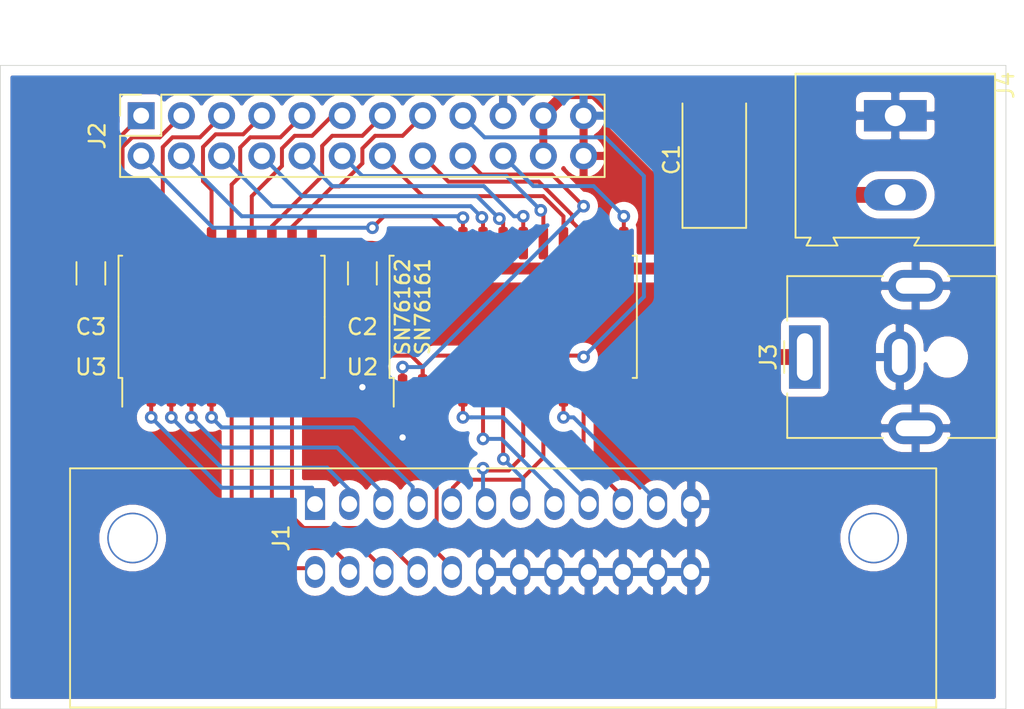
<source format=kicad_pcb>
(kicad_pcb (version 20171130) (host pcbnew 5.1.9+dfsg1-1)

  (general
    (thickness 1.6)
    (drawings 12)
    (tracks 235)
    (zones 0)
    (modules 9)
    (nets 38)
  )

  (page A4)
  (layers
    (0 F.Cu signal)
    (31 B.Cu signal)
    (32 B.Adhes user)
    (33 F.Adhes user)
    (34 B.Paste user)
    (35 F.Paste user)
    (36 B.SilkS user)
    (37 F.SilkS user)
    (38 B.Mask user)
    (39 F.Mask user)
    (40 Dwgs.User user)
    (41 Cmts.User user)
    (42 Eco1.User user)
    (43 Eco2.User user)
    (44 Edge.Cuts user)
    (45 Margin user)
    (46 B.CrtYd user)
    (47 F.CrtYd user)
    (48 B.Fab user)
    (49 F.Fab user)
  )

  (setup
    (last_trace_width 0.5)
    (user_trace_width 0.25)
    (user_trace_width 0.35)
    (user_trace_width 0.5)
    (user_trace_width 0.75)
    (user_trace_width 1)
    (trace_clearance 0.2)
    (zone_clearance 0.508)
    (zone_45_only no)
    (trace_min 0.2)
    (via_size 0.8)
    (via_drill 0.4)
    (via_min_size 0.4)
    (via_min_drill 0.3)
    (uvia_size 0.3)
    (uvia_drill 0.1)
    (uvias_allowed no)
    (uvia_min_size 0.2)
    (uvia_min_drill 0.1)
    (edge_width 0.05)
    (segment_width 0.2)
    (pcb_text_width 0.3)
    (pcb_text_size 1.5 1.5)
    (mod_edge_width 0.12)
    (mod_text_size 1 1)
    (mod_text_width 0.15)
    (pad_size 1.524 1.524)
    (pad_drill 0.762)
    (pad_to_mask_clearance 0)
    (aux_axis_origin 0 0)
    (visible_elements FFFFFF7F)
    (pcbplotparams
      (layerselection 0x010fc_ffffffff)
      (usegerberextensions false)
      (usegerberattributes true)
      (usegerberadvancedattributes true)
      (creategerberjobfile true)
      (excludeedgelayer true)
      (linewidth 0.100000)
      (plotframeref false)
      (viasonmask false)
      (mode 1)
      (useauxorigin false)
      (hpglpennumber 1)
      (hpglpenspeed 20)
      (hpglpendiameter 15.000000)
      (psnegative false)
      (psa4output false)
      (plotreference true)
      (plotvalue true)
      (plotinvisibletext false)
      (padsonsilk false)
      (subtractmaskfromsilk false)
      (outputformat 1)
      (mirror false)
      (drillshape 1)
      (scaleselection 1)
      (outputdirectory ""))
  )

  (net 0 "")
  (net 1 GND)
  (net 2 +5V)
  (net 3 DC)
  (net 4 SC)
  (net 5 TE)
  (net 6 SRQ_a)
  (net 7 D8)
  (net 8 ATN_a)
  (net 9 D7)
  (net 10 EOI_a)
  (net 11 D6)
  (net 12 DAV_a)
  (net 13 D5)
  (net 14 NRFD_a)
  (net 15 D4)
  (net 16 NDAC_a)
  (net 17 D3)
  (net 18 IFC_a)
  (net 19 D2)
  (net 20 REN_a)
  (net 21 D1)
  (net 22 SRQ)
  (net 23 ATN)
  (net 24 EOI)
  (net 25 DAV)
  (net 26 NRFD)
  (net 27 NDAC)
  (net 28 IFC)
  (net 29 REN)
  (net 30 B8)
  (net 31 B7)
  (net 32 B6)
  (net 33 B5)
  (net 34 B4)
  (net 35 B3)
  (net 36 B2)
  (net 37 B1)

  (net_class Default "This is the default net class."
    (clearance 0.2)
    (trace_width 0.25)
    (via_dia 0.8)
    (via_drill 0.4)
    (uvia_dia 0.3)
    (uvia_drill 0.1)
    (add_net +5V)
    (add_net ATN)
    (add_net ATN_a)
    (add_net B1)
    (add_net B2)
    (add_net B3)
    (add_net B4)
    (add_net B5)
    (add_net B6)
    (add_net B7)
    (add_net B8)
    (add_net D1)
    (add_net D2)
    (add_net D3)
    (add_net D4)
    (add_net D5)
    (add_net D6)
    (add_net D7)
    (add_net D8)
    (add_net DAV)
    (add_net DAV_a)
    (add_net DC)
    (add_net EOI)
    (add_net EOI_a)
    (add_net GND)
    (add_net IFC)
    (add_net IFC_a)
    (add_net NDAC)
    (add_net NDAC_a)
    (add_net NRFD)
    (add_net NRFD_a)
    (add_net REN)
    (add_net REN_a)
    (add_net SC)
    (add_net SRQ)
    (add_net SRQ_a)
    (add_net TE)
  )

  (module TerminalBlock:TerminalBlock_Altech_AK300-2_P5.00mm (layer F.Cu) (tedit 59FF0306) (tstamp 617EDC3D)
    (at 208.915 73.025 270)
    (descr "Altech AK300 terminal block, pitch 5.0mm, 45 degree angled, see http://www.mouser.com/ds/2/16/PCBMETRC-24178.pdf")
    (tags "Altech AK300 terminal block pitch 5.0mm")
    (path /618381F0)
    (fp_text reference J4 (at -1.92 -6.99 90) (layer F.SilkS)
      (effects (font (size 1 1) (thickness 0.15)))
    )
    (fp_text value Screw_Terminal_01x02 (at 2.78 7.75 90) (layer F.Fab)
      (effects (font (size 1 1) (thickness 0.15)))
    )
    (fp_line (start -2.65 -6.3) (end -2.65 6.3) (layer F.SilkS) (width 0.12))
    (fp_line (start -2.65 6.3) (end 7.7 6.3) (layer F.SilkS) (width 0.12))
    (fp_line (start 7.7 6.3) (end 7.7 5.35) (layer F.SilkS) (width 0.12))
    (fp_line (start 7.7 5.35) (end 8.2 5.6) (layer F.SilkS) (width 0.12))
    (fp_line (start 8.2 5.6) (end 8.2 3.7) (layer F.SilkS) (width 0.12))
    (fp_line (start 8.2 3.7) (end 8.2 3.65) (layer F.SilkS) (width 0.12))
    (fp_line (start 8.2 3.65) (end 7.7 3.9) (layer F.SilkS) (width 0.12))
    (fp_line (start 7.7 3.9) (end 7.7 -1.5) (layer F.SilkS) (width 0.12))
    (fp_line (start 7.7 -1.5) (end 8.2 -1.2) (layer F.SilkS) (width 0.12))
    (fp_line (start 8.2 -1.2) (end 8.2 -6.3) (layer F.SilkS) (width 0.12))
    (fp_line (start 8.2 -6.3) (end -2.65 -6.3) (layer F.SilkS) (width 0.12))
    (fp_line (start -1.26 2.54) (end 1.28 2.54) (layer F.Fab) (width 0.1))
    (fp_line (start 1.28 2.54) (end 1.28 -0.25) (layer F.Fab) (width 0.1))
    (fp_line (start -1.26 -0.25) (end 1.28 -0.25) (layer F.Fab) (width 0.1))
    (fp_line (start -1.26 2.54) (end -1.26 -0.25) (layer F.Fab) (width 0.1))
    (fp_line (start 3.74 2.54) (end 6.28 2.54) (layer F.Fab) (width 0.1))
    (fp_line (start 6.28 2.54) (end 6.28 -0.25) (layer F.Fab) (width 0.1))
    (fp_line (start 3.74 -0.25) (end 6.28 -0.25) (layer F.Fab) (width 0.1))
    (fp_line (start 3.74 2.54) (end 3.74 -0.25) (layer F.Fab) (width 0.1))
    (fp_line (start 7.61 -6.22) (end 7.61 -3.17) (layer F.Fab) (width 0.1))
    (fp_line (start 7.61 -6.22) (end -2.58 -6.22) (layer F.Fab) (width 0.1))
    (fp_line (start 7.61 -6.22) (end 8.11 -6.22) (layer F.Fab) (width 0.1))
    (fp_line (start 8.11 -6.22) (end 8.11 -1.4) (layer F.Fab) (width 0.1))
    (fp_line (start 8.11 -1.4) (end 7.61 -1.65) (layer F.Fab) (width 0.1))
    (fp_line (start 8.11 5.46) (end 7.61 5.21) (layer F.Fab) (width 0.1))
    (fp_line (start 7.61 5.21) (end 7.61 6.22) (layer F.Fab) (width 0.1))
    (fp_line (start 8.11 3.81) (end 7.61 4.06) (layer F.Fab) (width 0.1))
    (fp_line (start 7.61 4.06) (end 7.61 5.21) (layer F.Fab) (width 0.1))
    (fp_line (start 8.11 3.81) (end 8.11 5.46) (layer F.Fab) (width 0.1))
    (fp_line (start 2.98 6.22) (end 2.98 4.32) (layer F.Fab) (width 0.1))
    (fp_line (start 7.05 -0.25) (end 7.05 4.32) (layer F.Fab) (width 0.1))
    (fp_line (start 2.98 6.22) (end 7.05 6.22) (layer F.Fab) (width 0.1))
    (fp_line (start 7.05 6.22) (end 7.61 6.22) (layer F.Fab) (width 0.1))
    (fp_line (start 2.04 6.22) (end 2.04 4.32) (layer F.Fab) (width 0.1))
    (fp_line (start 2.04 6.22) (end 2.98 6.22) (layer F.Fab) (width 0.1))
    (fp_line (start -2.02 -0.25) (end -2.02 4.32) (layer F.Fab) (width 0.1))
    (fp_line (start -2.58 6.22) (end -2.02 6.22) (layer F.Fab) (width 0.1))
    (fp_line (start -2.02 6.22) (end 2.04 6.22) (layer F.Fab) (width 0.1))
    (fp_line (start 2.98 4.32) (end 7.05 4.32) (layer F.Fab) (width 0.1))
    (fp_line (start 2.98 4.32) (end 2.98 -0.25) (layer F.Fab) (width 0.1))
    (fp_line (start 7.05 4.32) (end 7.05 6.22) (layer F.Fab) (width 0.1))
    (fp_line (start 2.04 4.32) (end -2.02 4.32) (layer F.Fab) (width 0.1))
    (fp_line (start 2.04 4.32) (end 2.04 -0.25) (layer F.Fab) (width 0.1))
    (fp_line (start -2.02 4.32) (end -2.02 6.22) (layer F.Fab) (width 0.1))
    (fp_line (start 6.67 3.68) (end 6.67 0.51) (layer F.Fab) (width 0.1))
    (fp_line (start 6.67 3.68) (end 3.36 3.68) (layer F.Fab) (width 0.1))
    (fp_line (start 3.36 3.68) (end 3.36 0.51) (layer F.Fab) (width 0.1))
    (fp_line (start 1.66 3.68) (end 1.66 0.51) (layer F.Fab) (width 0.1))
    (fp_line (start 1.66 3.68) (end -1.64 3.68) (layer F.Fab) (width 0.1))
    (fp_line (start -1.64 3.68) (end -1.64 0.51) (layer F.Fab) (width 0.1))
    (fp_line (start -1.64 0.51) (end -1.26 0.51) (layer F.Fab) (width 0.1))
    (fp_line (start 1.66 0.51) (end 1.28 0.51) (layer F.Fab) (width 0.1))
    (fp_line (start 3.36 0.51) (end 3.74 0.51) (layer F.Fab) (width 0.1))
    (fp_line (start 6.67 0.51) (end 6.28 0.51) (layer F.Fab) (width 0.1))
    (fp_line (start -2.58 6.22) (end -2.58 -0.64) (layer F.Fab) (width 0.1))
    (fp_line (start -2.58 -0.64) (end -2.58 -3.17) (layer F.Fab) (width 0.1))
    (fp_line (start 7.61 -1.65) (end 7.61 -0.64) (layer F.Fab) (width 0.1))
    (fp_line (start 7.61 -0.64) (end 7.61 4.06) (layer F.Fab) (width 0.1))
    (fp_line (start -2.58 -3.17) (end 7.61 -3.17) (layer F.Fab) (width 0.1))
    (fp_line (start -2.58 -3.17) (end -2.58 -6.22) (layer F.Fab) (width 0.1))
    (fp_line (start 7.61 -3.17) (end 7.61 -1.65) (layer F.Fab) (width 0.1))
    (fp_line (start 2.98 -3.43) (end 2.98 -5.97) (layer F.Fab) (width 0.1))
    (fp_line (start 2.98 -5.97) (end 7.05 -5.97) (layer F.Fab) (width 0.1))
    (fp_line (start 7.05 -5.97) (end 7.05 -3.43) (layer F.Fab) (width 0.1))
    (fp_line (start 7.05 -3.43) (end 2.98 -3.43) (layer F.Fab) (width 0.1))
    (fp_line (start 2.04 -3.43) (end 2.04 -5.97) (layer F.Fab) (width 0.1))
    (fp_line (start 2.04 -3.43) (end -2.02 -3.43) (layer F.Fab) (width 0.1))
    (fp_line (start -2.02 -3.43) (end -2.02 -5.97) (layer F.Fab) (width 0.1))
    (fp_line (start 2.04 -5.97) (end -2.02 -5.97) (layer F.Fab) (width 0.1))
    (fp_line (start 3.39 -4.45) (end 6.44 -5.08) (layer F.Fab) (width 0.1))
    (fp_line (start 3.52 -4.32) (end 6.56 -4.95) (layer F.Fab) (width 0.1))
    (fp_line (start -1.62 -4.45) (end 1.44 -5.08) (layer F.Fab) (width 0.1))
    (fp_line (start -1.49 -4.32) (end 1.56 -4.95) (layer F.Fab) (width 0.1))
    (fp_line (start -2.02 -0.25) (end -1.64 -0.25) (layer F.Fab) (width 0.1))
    (fp_line (start 2.04 -0.25) (end 1.66 -0.25) (layer F.Fab) (width 0.1))
    (fp_line (start 1.66 -0.25) (end -1.64 -0.25) (layer F.Fab) (width 0.1))
    (fp_line (start -2.58 -0.64) (end -1.64 -0.64) (layer F.Fab) (width 0.1))
    (fp_line (start -1.64 -0.64) (end 1.66 -0.64) (layer F.Fab) (width 0.1))
    (fp_line (start 1.66 -0.64) (end 3.36 -0.64) (layer F.Fab) (width 0.1))
    (fp_line (start 7.61 -0.64) (end 6.67 -0.64) (layer F.Fab) (width 0.1))
    (fp_line (start 6.67 -0.64) (end 3.36 -0.64) (layer F.Fab) (width 0.1))
    (fp_line (start 7.05 -0.25) (end 6.67 -0.25) (layer F.Fab) (width 0.1))
    (fp_line (start 2.98 -0.25) (end 3.36 -0.25) (layer F.Fab) (width 0.1))
    (fp_line (start 3.36 -0.25) (end 6.67 -0.25) (layer F.Fab) (width 0.1))
    (fp_line (start -2.83 -6.47) (end 8.36 -6.47) (layer F.CrtYd) (width 0.05))
    (fp_line (start -2.83 -6.47) (end -2.83 6.47) (layer F.CrtYd) (width 0.05))
    (fp_line (start 8.36 6.47) (end 8.36 -6.47) (layer F.CrtYd) (width 0.05))
    (fp_line (start 8.36 6.47) (end -2.83 6.47) (layer F.CrtYd) (width 0.05))
    (fp_arc (start -1.13 -4.65) (end -1.42 -4.13) (angle 104.2) (layer F.Fab) (width 0.1))
    (fp_arc (start -0.01 -3.71) (end -1.62 -5) (angle 100) (layer F.Fab) (width 0.1))
    (fp_arc (start 0.06 -6.07) (end 1.53 -4.12) (angle 75.5) (layer F.Fab) (width 0.1))
    (fp_arc (start 1.03 -4.59) (end 1.53 -5.05) (angle 90.5) (layer F.Fab) (width 0.1))
    (fp_arc (start 3.87 -4.65) (end 3.58 -4.13) (angle 104.2) (layer F.Fab) (width 0.1))
    (fp_arc (start 4.99 -3.71) (end 3.39 -5) (angle 100) (layer F.Fab) (width 0.1))
    (fp_arc (start 5.07 -6.07) (end 6.53 -4.12) (angle 75.5) (layer F.Fab) (width 0.1))
    (fp_arc (start 6.03 -4.59) (end 6.54 -5.05) (angle 90.5) (layer F.Fab) (width 0.1))
    (fp_text user %R (at 2.5 -2 90) (layer F.Fab)
      (effects (font (size 1 1) (thickness 0.15)))
    )
    (pad 2 thru_hole oval (at 5 0 270) (size 1.98 3.96) (drill 1.32) (layers *.Cu *.Mask)
      (net 2 +5V))
    (pad 1 thru_hole rect (at 0 0 270) (size 1.98 3.96) (drill 1.32) (layers *.Cu *.Mask)
      (net 1 GND))
    (model ${KISYS3DMOD}/TerminalBlock.3dshapes/TerminalBlock_Altech_AK300-2_P5.00mm.wrl
      (at (xyz 0 0 0))
      (scale (xyz 1 1 1))
      (rotate (xyz 0 0 0))
    )
  )

  (module Connector_BarrelJack:BarrelJack_CUI_PJ-063AH_Horizontal (layer F.Cu) (tedit 5B0886BD) (tstamp 617EB0E0)
    (at 203.2 88.265 90)
    (descr "Barrel Jack, 2.0mm ID, 5.5mm OD, 24V, 8A, no switch, https://www.cui.com/product/resource/pj-063ah.pdf")
    (tags "barrel jack cui dc power")
    (path /6182B7AF)
    (fp_text reference J3 (at 0 -2.3 90) (layer F.SilkS)
      (effects (font (size 1 1) (thickness 0.15)))
    )
    (fp_text value Barrel_Jack (at 0 13 90) (layer F.Fab)
      (effects (font (size 1 1) (thickness 0.15)))
    )
    (fp_line (start -5 -1) (end -1 -1) (layer F.Fab) (width 0.1))
    (fp_line (start -1 -1) (end 0 0) (layer F.Fab) (width 0.1))
    (fp_line (start 0 0) (end 1 -1) (layer F.Fab) (width 0.1))
    (fp_line (start 1 -1) (end 5 -1) (layer F.Fab) (width 0.1))
    (fp_line (start 5 -1) (end 5 12) (layer F.Fab) (width 0.1))
    (fp_line (start 5 12) (end -5 12) (layer F.Fab) (width 0.1))
    (fp_line (start -5 12) (end -5 -1) (layer F.Fab) (width 0.1))
    (fp_line (start -5.11 4.95) (end -5.11 -1.11) (layer F.SilkS) (width 0.12))
    (fp_line (start -5.11 -1.11) (end -2.3 -1.11) (layer F.SilkS) (width 0.12))
    (fp_line (start 2.3 -1.11) (end 5.11 -1.11) (layer F.SilkS) (width 0.12))
    (fp_line (start 5.11 -1.11) (end 5.11 4.95) (layer F.SilkS) (width 0.12))
    (fp_line (start 5.11 9.05) (end 5.11 12.11) (layer F.SilkS) (width 0.12))
    (fp_line (start 5.11 12.11) (end -5.11 12.11) (layer F.SilkS) (width 0.12))
    (fp_line (start -5.11 12.11) (end -5.11 9.05) (layer F.SilkS) (width 0.12))
    (fp_line (start -1 -1.3) (end 1 -1.3) (layer F.SilkS) (width 0.12))
    (fp_line (start -6 -1.5) (end -6 12.5) (layer F.CrtYd) (width 0.05))
    (fp_line (start -6 12.5) (end 6 12.5) (layer F.CrtYd) (width 0.05))
    (fp_line (start 6 12.5) (end 6 -1.5) (layer F.CrtYd) (width 0.05))
    (fp_line (start 6 -1.5) (end -6 -1.5) (layer F.CrtYd) (width 0.05))
    (fp_text user %R (at 0 5.5 90) (layer F.Fab)
      (effects (font (size 1 1) (thickness 0.15)))
    )
    (pad "" np_thru_hole circle (at 0 9 90) (size 1.6 1.6) (drill 1.6) (layers *.Cu *.Mask))
    (pad MP thru_hole oval (at 4.5 7 90) (size 2 3.5) (drill oval 1 2.5) (layers *.Cu *.Mask)
      (net 1 GND))
    (pad MP thru_hole oval (at -4.5 7 90) (size 2 3.5) (drill oval 1 2.5) (layers *.Cu *.Mask)
      (net 1 GND))
    (pad 2 thru_hole oval (at 0 6 90) (size 3.3 2) (drill oval 2.3 1) (layers *.Cu *.Mask)
      (net 1 GND))
    (pad 1 thru_hole rect (at 0 0 90) (size 4 2) (drill oval 3 1) (layers *.Cu *.Mask)
      (net 2 +5V))
    (model ${KISYS3DMOD}/Connector_BarrelJack.3dshapes/BarrelJack_CUI_PJ-063AH_Horizontal.wrl
      (at (xyz 0 0 0))
      (scale (xyz 1 1 1))
      (rotate (xyz 0 0 0))
    )
  )

  (module Capacitor_Tantalum_SMD:CP_EIA-7132-20_AVX-U (layer F.Cu) (tedit 5EBA9318) (tstamp 617EDE91)
    (at 197.485 75.8 90)
    (descr "Tantalum Capacitor SMD AVX-U (7132-20 Metric), IPC_7351 nominal, (Body size from: http://datasheets.avx.com/F72-F75.pdf), generated with kicad-footprint-generator")
    (tags "capacitor tantalum")
    (path /6180EAFE)
    (attr smd)
    (fp_text reference C1 (at 0 -2.7 90) (layer F.SilkS)
      (effects (font (size 1 1) (thickness 0.15)))
    )
    (fp_text value 10u (at 0 2.7 90) (layer F.Fab)
      (effects (font (size 1 1) (thickness 0.15)))
    )
    (fp_line (start 3.55 -1.6) (end -2.75 -1.6) (layer F.Fab) (width 0.1))
    (fp_line (start -2.75 -1.6) (end -3.55 -0.8) (layer F.Fab) (width 0.1))
    (fp_line (start -3.55 -0.8) (end -3.55 1.6) (layer F.Fab) (width 0.1))
    (fp_line (start -3.55 1.6) (end 3.55 1.6) (layer F.Fab) (width 0.1))
    (fp_line (start 3.55 1.6) (end 3.55 -1.6) (layer F.Fab) (width 0.1))
    (fp_line (start 3.55 -2.01) (end -4.31 -2.01) (layer F.SilkS) (width 0.12))
    (fp_line (start -4.31 -2.01) (end -4.31 2.01) (layer F.SilkS) (width 0.12))
    (fp_line (start -4.31 2.01) (end 3.55 2.01) (layer F.SilkS) (width 0.12))
    (fp_line (start -4.3 2) (end -4.3 -2) (layer F.CrtYd) (width 0.05))
    (fp_line (start -4.3 -2) (end 4.3 -2) (layer F.CrtYd) (width 0.05))
    (fp_line (start 4.3 -2) (end 4.3 2) (layer F.CrtYd) (width 0.05))
    (fp_line (start 4.3 2) (end -4.3 2) (layer F.CrtYd) (width 0.05))
    (fp_text user %R (at 0 0 90) (layer F.Fab)
      (effects (font (size 1 1) (thickness 0.15)))
    )
    (pad 2 smd roundrect (at 2.775 0 90) (size 2.55 3.5) (layers F.Cu F.Paste F.Mask) (roundrect_rratio 0.098039)
      (net 1 GND))
    (pad 1 smd roundrect (at -2.775 0 90) (size 2.55 3.5) (layers F.Cu F.Paste F.Mask) (roundrect_rratio 0.098039)
      (net 2 +5V))
    (model ${KISYS3DMOD}/Capacitor_Tantalum_SMD.3dshapes/CP_EIA-7132-20_AVX-U.wrl
      (at (xyz 0 0 0))
      (scale (xyz 1 1 1))
      (rotate (xyz 0 0 0))
    )
  )

  (module Connector_PinSocket_2.54mm:PinSocket_2x12_P2.54mm_Vertical (layer F.Cu) (tedit 5A19A41B) (tstamp 617DE19B)
    (at 161.29 73.025 90)
    (descr "Through hole straight socket strip, 2x12, 2.54mm pitch, double cols (from Kicad 4.0.7), script generated")
    (tags "Through hole socket strip THT 2x12 2.54mm double row")
    (path /617ED5E6)
    (fp_text reference J2 (at -1.27 -2.77 90) (layer F.SilkS)
      (effects (font (size 1 1) (thickness 0.15)))
    )
    (fp_text value Conn_02x12_Odd_Even (at -1.27 30.71 90) (layer F.Fab)
      (effects (font (size 1 1) (thickness 0.15)))
    )
    (fp_line (start -3.81 -1.27) (end 0.27 -1.27) (layer F.Fab) (width 0.1))
    (fp_line (start 0.27 -1.27) (end 1.27 -0.27) (layer F.Fab) (width 0.1))
    (fp_line (start 1.27 -0.27) (end 1.27 29.21) (layer F.Fab) (width 0.1))
    (fp_line (start 1.27 29.21) (end -3.81 29.21) (layer F.Fab) (width 0.1))
    (fp_line (start -3.81 29.21) (end -3.81 -1.27) (layer F.Fab) (width 0.1))
    (fp_line (start -3.87 -1.33) (end -1.27 -1.33) (layer F.SilkS) (width 0.12))
    (fp_line (start -3.87 -1.33) (end -3.87 29.27) (layer F.SilkS) (width 0.12))
    (fp_line (start -3.87 29.27) (end 1.33 29.27) (layer F.SilkS) (width 0.12))
    (fp_line (start 1.33 1.27) (end 1.33 29.27) (layer F.SilkS) (width 0.12))
    (fp_line (start -1.27 1.27) (end 1.33 1.27) (layer F.SilkS) (width 0.12))
    (fp_line (start -1.27 -1.33) (end -1.27 1.27) (layer F.SilkS) (width 0.12))
    (fp_line (start 1.33 -1.33) (end 1.33 0) (layer F.SilkS) (width 0.12))
    (fp_line (start 0 -1.33) (end 1.33 -1.33) (layer F.SilkS) (width 0.12))
    (fp_line (start -4.34 -1.8) (end 1.76 -1.8) (layer F.CrtYd) (width 0.05))
    (fp_line (start 1.76 -1.8) (end 1.76 29.7) (layer F.CrtYd) (width 0.05))
    (fp_line (start 1.76 29.7) (end -4.34 29.7) (layer F.CrtYd) (width 0.05))
    (fp_line (start -4.34 29.7) (end -4.34 -1.8) (layer F.CrtYd) (width 0.05))
    (fp_text user %R (at -1.27 13.97) (layer F.Fab)
      (effects (font (size 1 1) (thickness 0.15)))
    )
    (pad 24 thru_hole oval (at -2.54 27.94 90) (size 1.7 1.7) (drill 1) (layers *.Cu *.Mask)
      (net 1 GND))
    (pad 23 thru_hole oval (at 0 27.94 90) (size 1.7 1.7) (drill 1) (layers *.Cu *.Mask)
      (net 1 GND))
    (pad 22 thru_hole oval (at -2.54 25.4 90) (size 1.7 1.7) (drill 1) (layers *.Cu *.Mask)
      (net 2 +5V))
    (pad 21 thru_hole oval (at 0 25.4 90) (size 1.7 1.7) (drill 1) (layers *.Cu *.Mask)
      (net 2 +5V))
    (pad 20 thru_hole oval (at -2.54 22.86 90) (size 1.7 1.7) (drill 1) (layers *.Cu *.Mask)
      (net 3 DC))
    (pad 19 thru_hole oval (at 0 22.86 90) (size 1.7 1.7) (drill 1) (layers *.Cu *.Mask)
      (net 1 GND))
    (pad 18 thru_hole oval (at -2.54 20.32 90) (size 1.7 1.7) (drill 1) (layers *.Cu *.Mask)
      (net 4 SC))
    (pad 17 thru_hole oval (at 0 20.32 90) (size 1.7 1.7) (drill 1) (layers *.Cu *.Mask)
      (net 5 TE))
    (pad 16 thru_hole oval (at -2.54 17.78 90) (size 1.7 1.7) (drill 1) (layers *.Cu *.Mask)
      (net 6 SRQ_a))
    (pad 15 thru_hole oval (at 0 17.78 90) (size 1.7 1.7) (drill 1) (layers *.Cu *.Mask)
      (net 7 D8))
    (pad 14 thru_hole oval (at -2.54 15.24 90) (size 1.7 1.7) (drill 1) (layers *.Cu *.Mask)
      (net 8 ATN_a))
    (pad 13 thru_hole oval (at 0 15.24 90) (size 1.7 1.7) (drill 1) (layers *.Cu *.Mask)
      (net 9 D7))
    (pad 12 thru_hole oval (at -2.54 12.7 90) (size 1.7 1.7) (drill 1) (layers *.Cu *.Mask)
      (net 10 EOI_a))
    (pad 11 thru_hole oval (at 0 12.7 90) (size 1.7 1.7) (drill 1) (layers *.Cu *.Mask)
      (net 11 D6))
    (pad 10 thru_hole oval (at -2.54 10.16 90) (size 1.7 1.7) (drill 1) (layers *.Cu *.Mask)
      (net 12 DAV_a))
    (pad 9 thru_hole oval (at 0 10.16 90) (size 1.7 1.7) (drill 1) (layers *.Cu *.Mask)
      (net 13 D5))
    (pad 8 thru_hole oval (at -2.54 7.62 90) (size 1.7 1.7) (drill 1) (layers *.Cu *.Mask)
      (net 14 NRFD_a))
    (pad 7 thru_hole oval (at 0 7.62 90) (size 1.7 1.7) (drill 1) (layers *.Cu *.Mask)
      (net 15 D4))
    (pad 6 thru_hole oval (at -2.54 5.08 90) (size 1.7 1.7) (drill 1) (layers *.Cu *.Mask)
      (net 16 NDAC_a))
    (pad 5 thru_hole oval (at 0 5.08 90) (size 1.7 1.7) (drill 1) (layers *.Cu *.Mask)
      (net 17 D3))
    (pad 4 thru_hole oval (at -2.54 2.54 90) (size 1.7 1.7) (drill 1) (layers *.Cu *.Mask)
      (net 18 IFC_a))
    (pad 3 thru_hole oval (at 0 2.54 90) (size 1.7 1.7) (drill 1) (layers *.Cu *.Mask)
      (net 19 D2))
    (pad 2 thru_hole oval (at -2.54 0 90) (size 1.7 1.7) (drill 1) (layers *.Cu *.Mask)
      (net 20 REN_a))
    (pad 1 thru_hole rect (at 0 0 90) (size 1.7 1.7) (drill 1) (layers *.Cu *.Mask)
      (net 21 D1))
    (model ${KISYS3DMOD}/Connector_PinSocket_2.54mm.3dshapes/PinSocket_2x12_P2.54mm_Vertical.wrl
      (at (xyz 0 0 0))
      (scale (xyz 1 1 1))
      (rotate (xyz 0 0 0))
    )
  )

  (module misc:CENTRONICS-24 (layer F.Cu) (tedit 616752BD) (tstamp 617EA292)
    (at 184.15 99.695)
    (path /61684A14)
    (fp_text reference J1 (at -14.015 0 90) (layer F.SilkS)
      (effects (font (size 1 1) (thickness 0.15)))
    )
    (fp_text value Conn_02x12_Top_Bottom (at 0 0) (layer B.Fab)
      (effects (font (size 1 1) (thickness 0.15)) (justify mirror))
    )
    (fp_line (start -27.35 -4.4) (end 27.35 -4.4) (layer F.CrtYd) (width 0.12))
    (fp_line (start 27.35 10.7) (end 27.35 -4.4) (layer F.SilkS) (width 0.12))
    (fp_line (start -27.35 10.7) (end -27.35 -4.4) (layer F.SilkS) (width 0.12))
    (fp_line (start 27.35 10.7) (end -27.35 10.7) (layer F.CrtYd) (width 0.12))
    (fp_line (start -27.35 -4.4) (end -27.35 10.7) (layer F.CrtYd) (width 0.12))
    (fp_line (start 27.35 -4.4) (end 27.35 10.7) (layer F.CrtYd) (width 0.12))
    (fp_line (start -27.35 10.7) (end 27.35 10.7) (layer F.SilkS) (width 0.12))
    (fp_line (start 27.35 -4.4) (end -27.35 -4.4) (layer F.SilkS) (width 0.12))
    (pad "" thru_hole circle (at 23.4 0) (size 3.2 3.2) (drill 3) (layers *.Cu *.Mask))
    (pad "" thru_hole circle (at -23.4 0) (size 3.2 3.2) (drill 3) (layers *.Cu *.Mask))
    (pad 12 thru_hole oval (at 11.88 -2.145) (size 1.27 2) (drill 1) (layers *.Cu *.Mask)
      (net 1 GND))
    (pad 24 thru_hole oval (at 11.88 2.145) (size 1.27 2) (drill 1) (layers *.Cu *.Mask)
      (net 1 GND))
    (pad 11 thru_hole oval (at 9.72 -2.145) (size 1.27 2) (drill 1) (layers *.Cu *.Mask)
      (net 23 ATN))
    (pad 23 thru_hole oval (at 9.72 2.145) (size 1.27 2) (drill 1) (layers *.Cu *.Mask)
      (net 1 GND))
    (pad 10 thru_hole oval (at 7.56 -2.145) (size 1.27 2) (drill 1) (layers *.Cu *.Mask)
      (net 22 SRQ))
    (pad 22 thru_hole oval (at 7.56 2.145) (size 1.27 2) (drill 1) (layers *.Cu *.Mask)
      (net 1 GND))
    (pad 9 thru_hole oval (at 5.4 -2.145) (size 1.27 2) (drill 1) (layers *.Cu *.Mask)
      (net 28 IFC))
    (pad 21 thru_hole oval (at 5.4 2.145) (size 1.27 2) (drill 1) (layers *.Cu *.Mask)
      (net 1 GND))
    (pad 8 thru_hole oval (at 3.24 -2.145) (size 1.27 2) (drill 1) (layers *.Cu *.Mask)
      (net 27 NDAC))
    (pad 20 thru_hole oval (at 3.24 2.145) (size 1.27 2) (drill 1) (layers *.Cu *.Mask)
      (net 1 GND))
    (pad 7 thru_hole oval (at 1.08 -2.145) (size 1.27 2) (drill 1) (layers *.Cu *.Mask)
      (net 26 NRFD))
    (pad 19 thru_hole oval (at 1.08 2.145) (size 1.27 2) (drill 1) (layers *.Cu *.Mask)
      (net 1 GND))
    (pad 6 thru_hole oval (at -1.08 -2.145) (size 1.27 2) (drill 1) (layers *.Cu *.Mask)
      (net 25 DAV))
    (pad 18 thru_hole oval (at -1.08 2.145) (size 1.27 2) (drill 1) (layers *.Cu *.Mask)
      (net 1 GND))
    (pad 5 thru_hole oval (at -3.24 -2.145) (size 1.27 2) (drill 1) (layers *.Cu *.Mask)
      (net 24 EOI))
    (pad 17 thru_hole oval (at -3.24 2.145) (size 1.27 2) (drill 1) (layers *.Cu *.Mask)
      (net 29 REN))
    (pad 4 thru_hole oval (at -5.4 -2.145) (size 1.27 2) (drill 1) (layers *.Cu *.Mask)
      (net 34 B4))
    (pad 16 thru_hole oval (at -5.4 2.145) (size 1.27 2) (drill 1) (layers *.Cu *.Mask)
      (net 30 B8))
    (pad 3 thru_hole oval (at -7.56 -2.145) (size 1.27 2) (drill 1) (layers *.Cu *.Mask)
      (net 35 B3))
    (pad 15 thru_hole oval (at -7.56 2.145) (size 1.27 2) (drill 1) (layers *.Cu *.Mask)
      (net 31 B7))
    (pad 2 thru_hole oval (at -9.72 -2.145) (size 1.27 2) (drill 1) (layers *.Cu *.Mask)
      (net 36 B2))
    (pad 14 thru_hole oval (at -9.72 2.145) (size 1.27 2) (drill 1) (layers *.Cu *.Mask)
      (net 32 B6))
    (pad 1 thru_hole rect (at -11.88 -2.145) (size 1.27 2) (drill 1) (layers *.Cu *.Mask)
      (net 37 B1))
    (pad 13 thru_hole oval (at -11.88 2.145) (size 1.27 2) (drill 1) (layers *.Cu *.Mask)
      (net 33 B5))
  )

  (module Package_SO:SOIC-20W_7.5x12.8mm_P1.27mm (layer F.Cu) (tedit 5D9F72B1) (tstamp 617DE1F5)
    (at 166.37 85.725 90)
    (descr "SOIC, 20 Pin (JEDEC MS-013AC, https://www.analog.com/media/en/package-pcb-resources/package/233848rw_20.pdf), generated with kicad-footprint-generator ipc_gullwing_generator.py")
    (tags "SOIC SO")
    (path /6167419F)
    (attr smd)
    (fp_text reference U3 (at -3.175 -8.255 180) (layer F.SilkS)
      (effects (font (size 1 1) (thickness 0.15)))
    )
    (fp_text value SN75160BDW (at 0 7.35 90) (layer F.Fab)
      (effects (font (size 1 1) (thickness 0.15)))
    )
    (fp_line (start 5.93 -6.65) (end -5.93 -6.65) (layer F.CrtYd) (width 0.05))
    (fp_line (start 5.93 6.65) (end 5.93 -6.65) (layer F.CrtYd) (width 0.05))
    (fp_line (start -5.93 6.65) (end 5.93 6.65) (layer F.CrtYd) (width 0.05))
    (fp_line (start -5.93 -6.65) (end -5.93 6.65) (layer F.CrtYd) (width 0.05))
    (fp_line (start -3.75 -5.4) (end -2.75 -6.4) (layer F.Fab) (width 0.1))
    (fp_line (start -3.75 6.4) (end -3.75 -5.4) (layer F.Fab) (width 0.1))
    (fp_line (start 3.75 6.4) (end -3.75 6.4) (layer F.Fab) (width 0.1))
    (fp_line (start 3.75 -6.4) (end 3.75 6.4) (layer F.Fab) (width 0.1))
    (fp_line (start -2.75 -6.4) (end 3.75 -6.4) (layer F.Fab) (width 0.1))
    (fp_line (start -3.86 -6.275) (end -5.675 -6.275) (layer F.SilkS) (width 0.12))
    (fp_line (start -3.86 -6.51) (end -3.86 -6.275) (layer F.SilkS) (width 0.12))
    (fp_line (start 0 -6.51) (end -3.86 -6.51) (layer F.SilkS) (width 0.12))
    (fp_line (start 3.86 -6.51) (end 3.86 -6.275) (layer F.SilkS) (width 0.12))
    (fp_line (start 0 -6.51) (end 3.86 -6.51) (layer F.SilkS) (width 0.12))
    (fp_line (start -3.86 6.51) (end -3.86 6.275) (layer F.SilkS) (width 0.12))
    (fp_line (start 0 6.51) (end -3.86 6.51) (layer F.SilkS) (width 0.12))
    (fp_line (start 3.86 6.51) (end 3.86 6.275) (layer F.SilkS) (width 0.12))
    (fp_line (start 0 6.51) (end 3.86 6.51) (layer F.SilkS) (width 0.12))
    (fp_text user %R (at 0 0 90) (layer F.Fab)
      (effects (font (size 1 1) (thickness 0.15)))
    )
    (pad 20 smd roundrect (at 4.65 -5.715 90) (size 2.05 0.6) (layers F.Cu F.Paste F.Mask) (roundrect_rratio 0.25)
      (net 2 +5V))
    (pad 19 smd roundrect (at 4.65 -4.445 90) (size 2.05 0.6) (layers F.Cu F.Paste F.Mask) (roundrect_rratio 0.25)
      (net 21 D1))
    (pad 18 smd roundrect (at 4.65 -3.175 90) (size 2.05 0.6) (layers F.Cu F.Paste F.Mask) (roundrect_rratio 0.25)
      (net 19 D2))
    (pad 17 smd roundrect (at 4.65 -1.905 90) (size 2.05 0.6) (layers F.Cu F.Paste F.Mask) (roundrect_rratio 0.25)
      (net 17 D3))
    (pad 16 smd roundrect (at 4.65 -0.635 90) (size 2.05 0.6) (layers F.Cu F.Paste F.Mask) (roundrect_rratio 0.25)
      (net 15 D4))
    (pad 15 smd roundrect (at 4.65 0.635 90) (size 2.05 0.6) (layers F.Cu F.Paste F.Mask) (roundrect_rratio 0.25)
      (net 13 D5))
    (pad 14 smd roundrect (at 4.65 1.905 90) (size 2.05 0.6) (layers F.Cu F.Paste F.Mask) (roundrect_rratio 0.25)
      (net 11 D6))
    (pad 13 smd roundrect (at 4.65 3.175 90) (size 2.05 0.6) (layers F.Cu F.Paste F.Mask) (roundrect_rratio 0.25)
      (net 9 D7))
    (pad 12 smd roundrect (at 4.65 4.445 90) (size 2.05 0.6) (layers F.Cu F.Paste F.Mask) (roundrect_rratio 0.25)
      (net 7 D8))
    (pad 11 smd roundrect (at 4.65 5.715 90) (size 2.05 0.6) (layers F.Cu F.Paste F.Mask) (roundrect_rratio 0.25)
      (net 2 +5V))
    (pad 10 smd roundrect (at -4.65 5.715 90) (size 2.05 0.6) (layers F.Cu F.Paste F.Mask) (roundrect_rratio 0.25)
      (net 1 GND))
    (pad 9 smd roundrect (at -4.65 4.445 90) (size 2.05 0.6) (layers F.Cu F.Paste F.Mask) (roundrect_rratio 0.25)
      (net 30 B8))
    (pad 8 smd roundrect (at -4.65 3.175 90) (size 2.05 0.6) (layers F.Cu F.Paste F.Mask) (roundrect_rratio 0.25)
      (net 31 B7))
    (pad 7 smd roundrect (at -4.65 1.905 90) (size 2.05 0.6) (layers F.Cu F.Paste F.Mask) (roundrect_rratio 0.25)
      (net 32 B6))
    (pad 6 smd roundrect (at -4.65 0.635 90) (size 2.05 0.6) (layers F.Cu F.Paste F.Mask) (roundrect_rratio 0.25)
      (net 33 B5))
    (pad 5 smd roundrect (at -4.65 -0.635 90) (size 2.05 0.6) (layers F.Cu F.Paste F.Mask) (roundrect_rratio 0.25)
      (net 34 B4))
    (pad 4 smd roundrect (at -4.65 -1.905 90) (size 2.05 0.6) (layers F.Cu F.Paste F.Mask) (roundrect_rratio 0.25)
      (net 35 B3))
    (pad 3 smd roundrect (at -4.65 -3.175 90) (size 2.05 0.6) (layers F.Cu F.Paste F.Mask) (roundrect_rratio 0.25)
      (net 36 B2))
    (pad 2 smd roundrect (at -4.65 -4.445 90) (size 2.05 0.6) (layers F.Cu F.Paste F.Mask) (roundrect_rratio 0.25)
      (net 37 B1))
    (pad 1 smd roundrect (at -4.65 -5.715 90) (size 2.05 0.6) (layers F.Cu F.Paste F.Mask) (roundrect_rratio 0.25)
      (net 5 TE))
    (model ${KISYS3DMOD}/Package_SO.3dshapes/SOIC-20W_7.5x12.8mm_P1.27mm.wrl
      (at (xyz 0 0 0))
      (scale (xyz 1 1 1))
      (rotate (xyz 0 0 0))
    )
  )

  (module Package_SO:SOIC-24W_7.5x15.4mm_P1.27mm (layer F.Cu) (tedit 5D9F72B1) (tstamp 617DE1CA)
    (at 184.785 85.725 90)
    (descr "SOIC, 24 Pin (JEDEC MS-013AD, https://www.analog.com/media/en/package-pcb-resources/package/pkg_pdf/soic_wide-rw/RW_24.pdf), generated with kicad-footprint-generator ipc_gullwing_generator.py")
    (tags "SOIC SO")
    (path /6167818E)
    (attr smd)
    (fp_text reference U2 (at -3.175 -9.525) (layer F.SilkS)
      (effects (font (size 1 1) (thickness 0.15)))
    )
    (fp_text value SN75162 (at 0 8.89 90) (layer F.Fab)
      (effects (font (size 1 1) (thickness 0.15)))
    )
    (fp_line (start 5.93 -7.95) (end -5.93 -7.95) (layer F.CrtYd) (width 0.05))
    (fp_line (start 5.93 7.95) (end 5.93 -7.95) (layer F.CrtYd) (width 0.05))
    (fp_line (start -5.93 7.95) (end 5.93 7.95) (layer F.CrtYd) (width 0.05))
    (fp_line (start -5.93 -7.95) (end -5.93 7.95) (layer F.CrtYd) (width 0.05))
    (fp_line (start -3.75 -6.7) (end -2.75 -7.7) (layer F.Fab) (width 0.1))
    (fp_line (start -3.75 7.7) (end -3.75 -6.7) (layer F.Fab) (width 0.1))
    (fp_line (start 3.75 7.7) (end -3.75 7.7) (layer F.Fab) (width 0.1))
    (fp_line (start 3.75 -7.7) (end 3.75 7.7) (layer F.Fab) (width 0.1))
    (fp_line (start -2.75 -7.7) (end 3.75 -7.7) (layer F.Fab) (width 0.1))
    (fp_line (start -3.86 -7.545) (end -5.675 -7.545) (layer F.SilkS) (width 0.12))
    (fp_line (start -3.86 -7.81) (end -3.86 -7.545) (layer F.SilkS) (width 0.12))
    (fp_line (start 0 -7.81) (end -3.86 -7.81) (layer F.SilkS) (width 0.12))
    (fp_line (start 3.86 -7.81) (end 3.86 -7.545) (layer F.SilkS) (width 0.12))
    (fp_line (start 0 -7.81) (end 3.86 -7.81) (layer F.SilkS) (width 0.12))
    (fp_line (start -3.86 7.81) (end -3.86 7.545) (layer F.SilkS) (width 0.12))
    (fp_line (start 0 7.81) (end -3.86 7.81) (layer F.SilkS) (width 0.12))
    (fp_line (start 3.86 7.81) (end 3.86 7.545) (layer F.SilkS) (width 0.12))
    (fp_line (start 0 7.81) (end 3.86 7.81) (layer F.SilkS) (width 0.12))
    (fp_text user %R (at 0 0 90) (layer F.Fab)
      (effects (font (size 1 1) (thickness 0.15)))
    )
    (pad 24 smd roundrect (at 4.65 -6.985 90) (size 2.05 0.6) (layers F.Cu F.Paste F.Mask) (roundrect_rratio 0.25)
      (net 2 +5V))
    (pad 23 smd roundrect (at 4.65 -5.715 90) (size 2.05 0.6) (layers F.Cu F.Paste F.Mask) (roundrect_rratio 0.25)
      (net 2 +5V))
    (pad 22 smd roundrect (at 4.65 -4.445 90) (size 2.05 0.6) (layers F.Cu F.Paste F.Mask) (roundrect_rratio 0.25)
      (net 20 REN_a))
    (pad 21 smd roundrect (at 4.65 -3.175 90) (size 2.05 0.6) (layers F.Cu F.Paste F.Mask) (roundrect_rratio 0.25)
      (net 18 IFC_a))
    (pad 20 smd roundrect (at 4.65 -1.905 90) (size 2.05 0.6) (layers F.Cu F.Paste F.Mask) (roundrect_rratio 0.25)
      (net 16 NDAC_a))
    (pad 19 smd roundrect (at 4.65 -0.635 90) (size 2.05 0.6) (layers F.Cu F.Paste F.Mask) (roundrect_rratio 0.25)
      (net 14 NRFD_a))
    (pad 18 smd roundrect (at 4.65 0.635 90) (size 2.05 0.6) (layers F.Cu F.Paste F.Mask) (roundrect_rratio 0.25)
      (net 12 DAV_a))
    (pad 17 smd roundrect (at 4.65 1.905 90) (size 2.05 0.6) (layers F.Cu F.Paste F.Mask) (roundrect_rratio 0.25)
      (net 10 EOI_a))
    (pad 16 smd roundrect (at 4.65 3.175 90) (size 2.05 0.6) (layers F.Cu F.Paste F.Mask) (roundrect_rratio 0.25)
      (net 8 ATN_a))
    (pad 15 smd roundrect (at 4.65 4.445 90) (size 2.05 0.6) (layers F.Cu F.Paste F.Mask) (roundrect_rratio 0.25)
      (net 6 SRQ_a))
    (pad 14 smd roundrect (at 4.65 5.715 90) (size 2.05 0.6) (layers F.Cu F.Paste F.Mask) (roundrect_rratio 0.25)
      (net 3 DC))
    (pad 13 smd roundrect (at 4.65 6.985 90) (size 2.05 0.6) (layers F.Cu F.Paste F.Mask) (roundrect_rratio 0.25)
      (net 3 DC))
    (pad 12 smd roundrect (at -4.65 6.985 90) (size 2.05 0.6) (layers F.Cu F.Paste F.Mask) (roundrect_rratio 0.25)
      (net 1 GND))
    (pad 11 smd roundrect (at -4.65 5.715 90) (size 2.05 0.6) (layers F.Cu F.Paste F.Mask) (roundrect_rratio 0.25)
      (net 1 GND))
    (pad 10 smd roundrect (at -4.65 4.445 90) (size 2.05 0.6) (layers F.Cu F.Paste F.Mask) (roundrect_rratio 0.25)
      (net 22 SRQ))
    (pad 9 smd roundrect (at -4.65 3.175 90) (size 2.05 0.6) (layers F.Cu F.Paste F.Mask) (roundrect_rratio 0.25)
      (net 23 ATN))
    (pad 8 smd roundrect (at -4.65 1.905 90) (size 2.05 0.6) (layers F.Cu F.Paste F.Mask) (roundrect_rratio 0.25)
      (net 24 EOI))
    (pad 7 smd roundrect (at -4.65 0.635 90) (size 2.05 0.6) (layers F.Cu F.Paste F.Mask) (roundrect_rratio 0.25)
      (net 25 DAV))
    (pad 6 smd roundrect (at -4.65 -0.635 90) (size 2.05 0.6) (layers F.Cu F.Paste F.Mask) (roundrect_rratio 0.25)
      (net 26 NRFD))
    (pad 5 smd roundrect (at -4.65 -1.905 90) (size 2.05 0.6) (layers F.Cu F.Paste F.Mask) (roundrect_rratio 0.25)
      (net 27 NDAC))
    (pad 4 smd roundrect (at -4.65 -3.175 90) (size 2.05 0.6) (layers F.Cu F.Paste F.Mask) (roundrect_rratio 0.25)
      (net 28 IFC))
    (pad 3 smd roundrect (at -4.65 -4.445 90) (size 2.05 0.6) (layers F.Cu F.Paste F.Mask) (roundrect_rratio 0.25)
      (net 29 REN))
    (pad 2 smd roundrect (at -4.65 -5.715 90) (size 2.05 0.6) (layers F.Cu F.Paste F.Mask) (roundrect_rratio 0.25)
      (net 5 TE))
    (pad 1 smd roundrect (at -4.65 -6.985 90) (size 2.05 0.6) (layers F.Cu F.Paste F.Mask) (roundrect_rratio 0.25)
      (net 4 SC))
    (model ${KISYS3DMOD}/Package_SO.3dshapes/SOIC-24W_7.5x15.4mm_P1.27mm.wrl
      (at (xyz 0 0 0))
      (scale (xyz 1 1 1))
      (rotate (xyz 0 0 0))
    )
  )

  (module Capacitor_SMD:C_1206_3216Metric (layer F.Cu) (tedit 5F68FEEE) (tstamp 617EA909)
    (at 158.115 82.98 270)
    (descr "Capacitor SMD 1206 (3216 Metric), square (rectangular) end terminal, IPC_7351 nominal, (Body size source: IPC-SM-782 page 76, https://www.pcb-3d.com/wordpress/wp-content/uploads/ipc-sm-782a_amendment_1_and_2.pdf), generated with kicad-footprint-generator")
    (tags capacitor)
    (path /618111BF)
    (attr smd)
    (fp_text reference C3 (at 3.38 0 180) (layer F.SilkS)
      (effects (font (size 1 1) (thickness 0.15)))
    )
    (fp_text value 100n (at 0 1.85 90) (layer F.Fab)
      (effects (font (size 1 1) (thickness 0.15)))
    )
    (fp_line (start 2.3 1.15) (end -2.3 1.15) (layer F.CrtYd) (width 0.05))
    (fp_line (start 2.3 -1.15) (end 2.3 1.15) (layer F.CrtYd) (width 0.05))
    (fp_line (start -2.3 -1.15) (end 2.3 -1.15) (layer F.CrtYd) (width 0.05))
    (fp_line (start -2.3 1.15) (end -2.3 -1.15) (layer F.CrtYd) (width 0.05))
    (fp_line (start -0.711252 0.91) (end 0.711252 0.91) (layer F.SilkS) (width 0.12))
    (fp_line (start -0.711252 -0.91) (end 0.711252 -0.91) (layer F.SilkS) (width 0.12))
    (fp_line (start 1.6 0.8) (end -1.6 0.8) (layer F.Fab) (width 0.1))
    (fp_line (start 1.6 -0.8) (end 1.6 0.8) (layer F.Fab) (width 0.1))
    (fp_line (start -1.6 -0.8) (end 1.6 -0.8) (layer F.Fab) (width 0.1))
    (fp_line (start -1.6 0.8) (end -1.6 -0.8) (layer F.Fab) (width 0.1))
    (fp_text user %R (at 0 0 270) (layer F.Fab)
      (effects (font (size 0.8 0.8) (thickness 0.12)))
    )
    (pad 2 smd roundrect (at 1.475 0 270) (size 1.15 1.8) (layers F.Cu F.Paste F.Mask) (roundrect_rratio 0.217391)
      (net 1 GND))
    (pad 1 smd roundrect (at -1.475 0 270) (size 1.15 1.8) (layers F.Cu F.Paste F.Mask) (roundrect_rratio 0.217391)
      (net 2 +5V))
    (model ${KISYS3DMOD}/Capacitor_SMD.3dshapes/C_1206_3216Metric.wrl
      (at (xyz 0 0 0))
      (scale (xyz 1 1 1))
      (rotate (xyz 0 0 0))
    )
  )

  (module Capacitor_SMD:C_1206_3216Metric (layer F.Cu) (tedit 5F68FEEE) (tstamp 617E14DA)
    (at 175.26 82.98 270)
    (descr "Capacitor SMD 1206 (3216 Metric), square (rectangular) end terminal, IPC_7351 nominal, (Body size source: IPC-SM-782 page 76, https://www.pcb-3d.com/wordpress/wp-content/uploads/ipc-sm-782a_amendment_1_and_2.pdf), generated with kicad-footprint-generator")
    (tags capacitor)
    (path /618102D7)
    (attr smd)
    (fp_text reference C2 (at 3.38 0 180) (layer F.SilkS)
      (effects (font (size 1 1) (thickness 0.15)))
    )
    (fp_text value 100n (at 0 1.85) (layer F.Fab)
      (effects (font (size 1 1) (thickness 0.15)))
    )
    (fp_line (start 2.3 1.15) (end -2.3 1.15) (layer F.CrtYd) (width 0.05))
    (fp_line (start 2.3 -1.15) (end 2.3 1.15) (layer F.CrtYd) (width 0.05))
    (fp_line (start -2.3 -1.15) (end 2.3 -1.15) (layer F.CrtYd) (width 0.05))
    (fp_line (start -2.3 1.15) (end -2.3 -1.15) (layer F.CrtYd) (width 0.05))
    (fp_line (start -0.711252 0.91) (end 0.711252 0.91) (layer F.SilkS) (width 0.12))
    (fp_line (start -0.711252 -0.91) (end 0.711252 -0.91) (layer F.SilkS) (width 0.12))
    (fp_line (start 1.6 0.8) (end -1.6 0.8) (layer F.Fab) (width 0.1))
    (fp_line (start 1.6 -0.8) (end 1.6 0.8) (layer F.Fab) (width 0.1))
    (fp_line (start -1.6 -0.8) (end 1.6 -0.8) (layer F.Fab) (width 0.1))
    (fp_line (start -1.6 0.8) (end -1.6 -0.8) (layer F.Fab) (width 0.1))
    (fp_text user %R (at 0 0 90) (layer F.Fab)
      (effects (font (size 0.8 0.8) (thickness 0.12)))
    )
    (pad 2 smd roundrect (at 1.475 0 270) (size 1.15 1.8) (layers F.Cu F.Paste F.Mask) (roundrect_rratio 0.217391)
      (net 1 GND))
    (pad 1 smd roundrect (at -1.475 0 270) (size 1.15 1.8) (layers F.Cu F.Paste F.Mask) (roundrect_rratio 0.217391)
      (net 2 +5V))
    (model ${KISYS3DMOD}/Capacitor_SMD.3dshapes/C_1206_3216Metric.wrl
      (at (xyz 0 0 0))
      (scale (xyz 1 1 1))
      (rotate (xyz 0 0 0))
    )
  )

  (gr_text SN76162 (at 177.8 85.09 90) (layer F.SilkS) (tstamp 617E1577)
    (effects (font (size 0.9 0.9) (thickness 0.15)))
  )
  (gr_text SN76161 (at 179.07 85.09 90) (layer F.SilkS)
    (effects (font (size 0.9 0.9) (thickness 0.15)))
  )
  (gr_text SN75161 (at 191.77 85.725 90) (layer F.Fab)
    (effects (font (size 1 1) (thickness 0.15)))
  )
  (gr_line (start 178.435 88.265) (end 179.705 89.535) (layer F.Fab) (width 0.15))
  (gr_line (start 178.435 81.915) (end 178.435 88.265) (layer F.Fab) (width 0.15))
  (gr_line (start 191.135 81.915) (end 191.135 89.535) (layer F.Fab) (width 0.15))
  (gr_line (start 191.135 91.44) (end 191.135 80.01) (layer F.CrtYd) (width 0.05))
  (gr_line (start 178.435 80.01) (end 178.435 91.44) (layer F.CrtYd) (width 0.05))
  (gr_line (start 215.9 110.49) (end 152.4 110.49) (layer Edge.Cuts) (width 0.05) (tstamp 617ECD5C))
  (gr_line (start 215.9 69.85) (end 215.9 110.49) (layer Edge.Cuts) (width 0.05))
  (gr_line (start 152.4 69.85) (end 215.9 69.85) (layer Edge.Cuts) (width 0.05))
  (gr_line (start 152.4 110.49) (end 152.4 69.85) (layer Edge.Cuts) (width 0.05))

  (via (at 175.26 90.17) (size 0.8) (drill 0.4) (layers F.Cu B.Cu) (net 1))
  (via (at 177.8 93.345) (size 0.8) (drill 0.4) (layers F.Cu B.Cu) (net 1))
  (segment (start 190.5 90.375) (end 191.565 90.375) (width 0.5) (layer F.Cu) (net 1))
  (segment (start 191.565 90.375) (end 191.77 90.17) (width 0.5) (layer F.Cu) (net 1))
  (segment (start 177.595 81.075) (end 177.8 81.28) (width 0.25) (layer F.Cu) (net 2))
  (segment (start 160.655 81.075) (end 158.32 81.075) (width 0.25) (layer F.Cu) (net 2))
  (segment (start 158.32 81.075) (end 158.115 81.28) (width 0.25) (layer F.Cu) (net 2))
  (segment (start 175.26 81.28) (end 175.465 81.075) (width 0.25) (layer F.Cu) (net 2))
  (segment (start 175.26 81.505) (end 175.26 81.28) (width 0.25) (layer F.Cu) (net 2))
  (segment (start 175.465 81.075) (end 177.595 81.075) (width 0.25) (layer F.Cu) (net 2))
  (segment (start 172.085 81.075) (end 175.465 81.075) (width 0.25) (layer F.Cu) (net 2))
  (segment (start 186.69 73.025) (end 186.69 75.565) (width 0.5) (layer F.Cu) (net 2))
  (segment (start 189.914001 71.599999) (end 196.215 77.900998) (width 0.75) (layer F.Cu) (net 2))
  (segment (start 188.115001 71.599999) (end 189.914001 71.599999) (width 0.75) (layer F.Cu) (net 2))
  (segment (start 186.69 73.025) (end 188.115001 71.599999) (width 0.75) (layer F.Cu) (net 2))
  (segment (start 196.215 77.900998) (end 196.215 78.74) (width 0.75) (layer F.Cu) (net 2))
  (segment (start 196.215 84.455) (end 200.025 88.265) (width 1) (layer F.Cu) (net 2))
  (segment (start 196.08999 82.67501) (end 176.02001 82.67501) (width 0.75) (layer F.Cu) (net 2))
  (segment (start 196.215 82.55) (end 196.08999 82.67501) (width 0.75) (layer F.Cu) (net 2))
  (segment (start 196.215 78.575) (end 196.215 82.55) (width 1) (layer F.Cu) (net 2))
  (segment (start 196.215 82.55) (end 196.215 84.455) (width 1) (layer F.Cu) (net 2))
  (segment (start 176.02001 82.67501) (end 175.26 81.915) (width 0.75) (layer F.Cu) (net 2))
  (segment (start 203.2 88.265) (end 200.025 88.265) (width 1) (layer F.Cu) (net 2))
  (segment (start 208.915 78.025) (end 196.295 78.025) (width 1) (layer F.Cu) (net 2))
  (segment (start 172.085 82.025884) (end 172.085 81.501768) (width 0.25) (layer F.Cu) (net 2))
  (segment (start 161.74 83.185) (end 170.925884 83.185) (width 0.25) (layer F.Cu) (net 2))
  (segment (start 170.925884 83.185) (end 172.085 82.025884) (width 0.25) (layer F.Cu) (net 2))
  (segment (start 160.655 82.1) (end 161.74 83.185) (width 0.25) (layer F.Cu) (net 2))
  (segment (start 160.655 81.075) (end 160.655 82.1) (width 0.25) (layer F.Cu) (net 2))
  (segment (start 177.8 81.075) (end 178.865 81.075) (width 0.5) (layer F.Cu) (net 2))
  (segment (start 178.865 81.075) (end 179.07 81.28) (width 0.5) (layer F.Cu) (net 2))
  (via (at 191.77 79.375) (size 0.8) (drill 0.4) (layers F.Cu B.Cu) (net 3))
  (segment (start 191.77 79.375) (end 191.77 81.28) (width 0.25) (layer F.Cu) (net 3))
  (segment (start 189.865 77.47) (end 191.77 79.375) (width 0.25) (layer B.Cu) (net 3))
  (segment (start 186.055 77.47) (end 189.865 77.47) (width 0.25) (layer B.Cu) (net 3))
  (segment (start 184.15 75.565) (end 186.055 77.47) (width 0.25) (layer B.Cu) (net 3))
  (segment (start 190.5 81.075) (end 191.565 81.075) (width 0.5) (layer F.Cu) (net 3))
  (segment (start 191.565 81.075) (end 191.77 81.28) (width 0.5) (layer F.Cu) (net 3))
  (via (at 177.8 88.9) (size 0.8) (drill 0.4) (layers F.Cu B.Cu) (net 4))
  (segment (start 177.8 88.9) (end 177.8 90.17) (width 0.25) (layer F.Cu) (net 4))
  (via (at 189.23 78.74) (size 0.8) (drill 0.4) (layers F.Cu B.Cu) (net 4))
  (segment (start 187.230001 76.740001) (end 189.23 78.74) (width 0.25) (layer F.Cu) (net 4))
  (segment (start 181.61 75.565) (end 182.785001 76.740001) (width 0.25) (layer F.Cu) (net 4))
  (segment (start 182.785001 76.740001) (end 187.230001 76.740001) (width 0.25) (layer F.Cu) (net 4))
  (segment (start 177.8 88.9) (end 179.07 88.9) (width 0.25) (layer B.Cu) (net 4))
  (segment (start 179.07 88.9) (end 189.23 78.74) (width 0.25) (layer B.Cu) (net 4))
  (segment (start 182.974999 74.389999) (end 190.594999 74.389999) (width 0.25) (layer B.Cu) (net 5))
  (segment (start 181.61 73.025) (end 182.974999 74.389999) (width 0.25) (layer B.Cu) (net 5))
  (segment (start 190.594999 74.389999) (end 193.04 76.835) (width 0.25) (layer B.Cu) (net 5))
  (via (at 189.23 88.265) (size 0.8) (drill 0.4) (layers F.Cu B.Cu) (net 5))
  (segment (start 193.04 84.455) (end 189.23 88.265) (width 0.25) (layer B.Cu) (net 5))
  (segment (start 193.04 76.835) (end 193.04 84.455) (width 0.25) (layer B.Cu) (net 5))
  (segment (start 179.07 88.9) (end 179.07 90.805) (width 0.25) (layer F.Cu) (net 5))
  (segment (start 179.07 90.17) (end 179.07 88.9) (width 0.25) (layer F.Cu) (net 5))
  (segment (start 160.655 88.9) (end 160.655 90.17) (width 0.25) (layer F.Cu) (net 5))
  (segment (start 161.380001 88.174999) (end 160.655 88.9) (width 0.25) (layer F.Cu) (net 5))
  (segment (start 178.344999 88.174999) (end 161.380001 88.174999) (width 0.25) (layer F.Cu) (net 5))
  (segment (start 179.07 88.9) (end 178.344999 88.174999) (width 0.25) (layer F.Cu) (net 5))
  (segment (start 179.795001 88.174999) (end 179.07 88.9) (width 0.25) (layer F.Cu) (net 5))
  (segment (start 189.139999 88.174999) (end 179.795001 88.174999) (width 0.25) (layer F.Cu) (net 5))
  (segment (start 189.23 88.265) (end 189.139999 88.174999) (width 0.25) (layer F.Cu) (net 5))
  (segment (start 188.503382 79.288024) (end 186.40537 77.190012) (width 0.25) (layer F.Cu) (net 6))
  (segment (start 189.23 81.075) (end 189.23 80.451236) (width 0.25) (layer F.Cu) (net 6))
  (segment (start 180.695012 77.190012) (end 179.07 75.565) (width 0.25) (layer F.Cu) (net 6))
  (segment (start 188.503382 79.724618) (end 188.503382 79.288024) (width 0.25) (layer F.Cu) (net 6))
  (segment (start 189.23 80.451236) (end 188.503382 79.724618) (width 0.25) (layer F.Cu) (net 6))
  (segment (start 186.40537 77.190012) (end 180.695012 77.190012) (width 0.25) (layer F.Cu) (net 6))
  (segment (start 177.8 74.295) (end 179.07 73.025) (width 0.25) (layer F.Cu) (net 7))
  (segment (start 176.060998 74.295) (end 177.8 74.295) (width 0.25) (layer F.Cu) (net 7))
  (segment (start 173.804002 77.49) (end 175.26 76.034002) (width 0.25) (layer F.Cu) (net 7))
  (segment (start 173.375 77.49) (end 173.804002 77.49) (width 0.25) (layer F.Cu) (net 7))
  (segment (start 175.26 75.095998) (end 176.060998 74.295) (width 0.25) (layer F.Cu) (net 7))
  (segment (start 175.26 76.034002) (end 175.26 75.095998) (width 0.25) (layer F.Cu) (net 7))
  (segment (start 170.815 80.05) (end 173.375 77.49) (width 0.25) (layer F.Cu) (net 7))
  (segment (start 170.815 81.075) (end 170.815 80.05) (width 0.25) (layer F.Cu) (net 7))
  (segment (start 187.96 81.075) (end 187.96 79.381052) (width 0.25) (layer F.Cu) (net 8))
  (segment (start 187.96 79.381052) (end 186.683948 78.105) (width 0.25) (layer F.Cu) (net 8))
  (segment (start 179.07 78.105) (end 176.53 75.565) (width 0.25) (layer F.Cu) (net 8))
  (segment (start 186.683948 78.105) (end 179.07 78.105) (width 0.25) (layer F.Cu) (net 8))
  (segment (start 176.52859 73.025) (end 176.53 73.025) (width 0.25) (layer F.Cu) (net 9))
  (segment (start 175.25859 74.295) (end 176.52859 73.025) (width 0.25) (layer F.Cu) (net 9))
  (segment (start 173.355 74.295) (end 175.25859 74.295) (width 0.25) (layer F.Cu) (net 9))
  (segment (start 172.72 74.93) (end 173.355 74.295) (width 0.25) (layer F.Cu) (net 9))
  (segment (start 172.72 76.83359) (end 172.72 74.93) (width 0.25) (layer F.Cu) (net 9))
  (segment (start 169.545 80.00859) (end 172.72 76.83359) (width 0.25) (layer F.Cu) (net 9))
  (segment (start 169.545 81.075) (end 169.545 80.00859) (width 0.25) (layer F.Cu) (net 9))
  (segment (start 184.361502 76.835) (end 186.526482 78.99998) (width 0.25) (layer B.Cu) (net 10))
  (segment (start 173.99 75.565) (end 175.26 76.835) (width 0.25) (layer B.Cu) (net 10))
  (via (at 186.526482 78.99998) (size 0.8) (drill 0.4) (layers F.Cu B.Cu) (net 10))
  (segment (start 186.69 79.163498) (end 186.526482 78.99998) (width 0.25) (layer F.Cu) (net 10))
  (segment (start 175.26 76.835) (end 184.361502 76.835) (width 0.25) (layer B.Cu) (net 10))
  (segment (start 186.69 81.075) (end 186.69 79.163498) (width 0.25) (layer F.Cu) (net 10))
  (segment (start 173.355 73.025) (end 173.99 73.025) (width 0.25) (layer F.Cu) (net 11))
  (segment (start 170.980998 74.295) (end 172.085 74.295) (width 0.25) (layer F.Cu) (net 11))
  (segment (start 170.18 76.2) (end 170.18 75.095998) (width 0.25) (layer F.Cu) (net 11))
  (segment (start 170.18 75.095998) (end 170.980998 74.295) (width 0.25) (layer F.Cu) (net 11))
  (segment (start 168.275 78.105) (end 170.18 76.2) (width 0.25) (layer F.Cu) (net 11))
  (segment (start 172.085 74.295) (end 173.355 73.025) (width 0.25) (layer F.Cu) (net 11))
  (segment (start 168.275 81.075) (end 168.275 78.105) (width 0.25) (layer F.Cu) (net 11))
  (via (at 185.42 79.375) (size 0.8) (drill 0.4) (layers F.Cu B.Cu) (net 12))
  (segment (start 185.42 81.075) (end 185.42 79.375) (width 0.25) (layer F.Cu) (net 12))
  (segment (start 173.355 77.47) (end 171.45 75.565) (width 0.25) (layer B.Cu) (net 12))
  (segment (start 182.927682 77.47) (end 173.355 77.47) (width 0.25) (layer B.Cu) (net 12))
  (segment (start 184.832682 79.375) (end 182.927682 77.47) (width 0.25) (layer B.Cu) (net 12))
  (segment (start 185.42 79.375) (end 184.832682 79.375) (width 0.25) (layer B.Cu) (net 12))
  (segment (start 171.44859 73.025) (end 171.45 73.025) (width 0.25) (layer F.Cu) (net 13))
  (segment (start 170.083591 74.389999) (end 171.44859 73.025) (width 0.25) (layer F.Cu) (net 13))
  (segment (start 168.180001 74.389999) (end 170.083591 74.389999) (width 0.25) (layer F.Cu) (net 13))
  (segment (start 167.545001 76.835) (end 167.545001 75.024999) (width 0.25) (layer F.Cu) (net 13))
  (segment (start 167.545001 75.024999) (end 168.180001 74.389999) (width 0.25) (layer F.Cu) (net 13))
  (segment (start 167.005 77.375001) (end 167.545001 76.835) (width 0.25) (layer F.Cu) (net 13))
  (segment (start 167.005 81.075) (end 167.005 77.375001) (width 0.25) (layer F.Cu) (net 13))
  (via (at 168.91 75.565) (size 0.8) (drill 0.4) (layers F.Cu B.Cu) (net 14))
  (segment (start 184.15 79.76532) (end 183.909835 79.525155) (width 0.25) (layer F.Cu) (net 14))
  (segment (start 184.15 81.075) (end 184.15 79.76532) (width 0.25) (layer F.Cu) (net 14))
  (via (at 183.909835 79.525155) (size 0.8) (drill 0.4) (layers F.Cu B.Cu) (net 14))
  (segment (start 182.48968 78.105) (end 183.909835 79.525155) (width 0.25) (layer B.Cu) (net 14))
  (segment (start 171.45 78.105) (end 182.48968 78.105) (width 0.25) (layer B.Cu) (net 14))
  (segment (start 168.91 75.565) (end 171.45 78.105) (width 0.25) (layer B.Cu) (net 14))
  (segment (start 167.733588 74.200001) (end 168.908589 73.025) (width 0.25) (layer F.Cu) (net 15))
  (segment (start 165.995997 74.200001) (end 167.733588 74.200001) (width 0.25) (layer F.Cu) (net 15))
  (segment (start 165.194999 75.000999) (end 165.995997 74.200001) (width 0.25) (layer F.Cu) (net 15))
  (segment (start 168.908589 73.025) (end 168.91 73.025) (width 0.25) (layer F.Cu) (net 15))
  (segment (start 165.194999 77.1645) (end 165.194999 75.000999) (width 0.25) (layer F.Cu) (net 15))
  (segment (start 165.735 77.704501) (end 165.194999 77.1645) (width 0.25) (layer F.Cu) (net 15))
  (segment (start 165.735 81.075) (end 165.735 77.704501) (width 0.25) (layer F.Cu) (net 15))
  (segment (start 182.88 79.52064) (end 182.80718 79.44782) (width 0.25) (layer F.Cu) (net 16))
  (via (at 182.80718 79.44782) (size 0.8) (drill 0.4) (layers F.Cu B.Cu) (net 16))
  (segment (start 182.88 81.075) (end 182.88 79.52064) (width 0.25) (layer F.Cu) (net 16))
  (segment (start 182.09936 78.74) (end 182.80718 79.44782) (width 0.25) (layer B.Cu) (net 16))
  (segment (start 169.545 78.74) (end 182.09936 78.74) (width 0.25) (layer B.Cu) (net 16))
  (segment (start 166.37 75.565) (end 169.545 78.74) (width 0.25) (layer B.Cu) (net 16))
  (segment (start 164.465 80.01) (end 164.465 81.28) (width 0.25) (layer F.Cu) (net 17))
  (segment (start 162.654999 78.199999) (end 164.465 80.01) (width 0.25) (layer F.Cu) (net 17))
  (segment (start 162.654999 75.000999) (end 162.654999 78.199999) (width 0.25) (layer F.Cu) (net 17))
  (segment (start 163.265999 74.389999) (end 162.654999 75.000999) (width 0.25) (layer F.Cu) (net 17))
  (segment (start 165.005001 74.389999) (end 163.265999 74.389999) (width 0.25) (layer F.Cu) (net 17))
  (segment (start 166.37 73.025) (end 165.005001 74.389999) (width 0.25) (layer F.Cu) (net 17))
  (via (at 181.61 79.46501) (size 0.8) (drill 0.4) (layers F.Cu B.Cu) (net 18))
  (segment (start 167.64 79.375) (end 181.51999 79.375) (width 0.25) (layer B.Cu) (net 18))
  (segment (start 181.61 81.075) (end 181.61 79.46501) (width 0.25) (layer F.Cu) (net 18))
  (segment (start 181.51999 79.375) (end 181.61 79.46501) (width 0.25) (layer B.Cu) (net 18))
  (segment (start 163.83 75.565) (end 167.64 79.375) (width 0.25) (layer B.Cu) (net 18))
  (segment (start 163.195 80.01) (end 163.195 80.645) (width 0.25) (layer F.Cu) (net 19))
  (segment (start 160.114999 75.000999) (end 160.114999 76.929999) (width 0.25) (layer F.Cu) (net 19))
  (segment (start 160.725999 74.389999) (end 160.114999 75.000999) (width 0.25) (layer F.Cu) (net 19))
  (segment (start 160.114999 76.929999) (end 163.195 80.01) (width 0.25) (layer F.Cu) (net 19))
  (segment (start 162.465001 74.389999) (end 160.725999 74.389999) (width 0.25) (layer F.Cu) (net 19))
  (segment (start 163.83 73.025) (end 162.465001 74.389999) (width 0.25) (layer F.Cu) (net 19))
  (segment (start 165.82501 80.10001) (end 175.895 80.10001) (width 0.25) (layer B.Cu) (net 20))
  (via (at 175.895 80.10001) (size 0.8) (drill 0.4) (layers F.Cu B.Cu) (net 20))
  (segment (start 161.29 75.565) (end 165.82501 80.10001) (width 0.25) (layer B.Cu) (net 20))
  (segment (start 180.34 81.075) (end 180.34 80.05) (width 0.25) (layer F.Cu) (net 20))
  (segment (start 180.34 80.05) (end 179.665 79.375) (width 0.25) (layer F.Cu) (net 20))
  (segment (start 179.665 79.375) (end 176.62001 79.375) (width 0.25) (layer F.Cu) (net 20))
  (segment (start 176.62001 79.375) (end 175.895 80.10001) (width 0.25) (layer F.Cu) (net 20))
  (segment (start 161.925 80.01) (end 161.925 80.645) (width 0.25) (layer F.Cu) (net 21))
  (segment (start 159.385 77.47) (end 161.925 80.01) (width 0.25) (layer F.Cu) (net 21))
  (segment (start 159.385 74.93) (end 159.385 77.47) (width 0.25) (layer F.Cu) (net 21))
  (segment (start 161.29 73.025) (end 159.385 74.93) (width 0.25) (layer F.Cu) (net 21))
  (segment (start 191.77 97.155) (end 191.77 97.79) (width 0.25) (layer F.Cu) (net 22))
  (segment (start 189.23 94.615) (end 191.77 97.155) (width 0.25) (layer F.Cu) (net 22))
  (segment (start 189.23 90.375) (end 189.23 94.615) (width 0.25) (layer F.Cu) (net 22))
  (via (at 187.96 92.075) (size 0.8) (drill 0.4) (layers F.Cu B.Cu) (net 23))
  (segment (start 187.96 90.375) (end 187.96 92.075) (width 0.25) (layer F.Cu) (net 23))
  (segment (start 187.96 92.075) (end 188.595 92.075) (width 0.25) (layer B.Cu) (net 23))
  (segment (start 188.595 92.075) (end 193.675 97.155) (width 0.25) (layer B.Cu) (net 23))
  (segment (start 180.975 96.52) (end 180.975 97.79) (width 0.25) (layer F.Cu) (net 24))
  (segment (start 181.482546 96.012454) (end 180.975 96.52) (width 0.25) (layer F.Cu) (net 24))
  (segment (start 185.292546 96.012454) (end 181.482546 96.012454) (width 0.25) (layer F.Cu) (net 24))
  (segment (start 186.69 94.615) (end 185.292546 96.012454) (width 0.25) (layer F.Cu) (net 24))
  (segment (start 186.69 90.375) (end 186.69 94.615) (width 0.25) (layer F.Cu) (net 24))
  (via (at 182.88 95.287452) (size 0.8) (drill 0.4) (layers F.Cu B.Cu) (net 25))
  (segment (start 182.88 97.79) (end 182.88 95.287452) (width 0.25) (layer B.Cu) (net 25))
  (segment (start 185.42 90.375) (end 185.42 94.508014) (width 0.25) (layer F.Cu) (net 25))
  (segment (start 185.42 94.508014) (end 184.498002 95.430012) (width 0.25) (layer F.Cu) (net 25))
  (segment (start 184.498002 95.430012) (end 183.02256 95.430012) (width 0.25) (layer F.Cu) (net 25))
  (segment (start 183.02256 95.430012) (end 182.88 95.287452) (width 0.25) (layer F.Cu) (net 25))
  (via (at 184.167225 94.70501) (size 0.8) (drill 0.4) (layers F.Cu B.Cu) (net 26))
  (segment (start 185.42 95.957785) (end 184.167225 94.70501) (width 0.25) (layer B.Cu) (net 26))
  (segment (start 184.15 94.687785) (end 184.167225 94.70501) (width 0.25) (layer F.Cu) (net 26))
  (segment (start 185.42 97.79) (end 185.42 95.957785) (width 0.25) (layer B.Cu) (net 26))
  (segment (start 184.15 90.375) (end 184.15 94.687785) (width 0.25) (layer F.Cu) (net 26))
  (segment (start 184.043028 93.435026) (end 182.88 93.435026) (width 0.25) (layer B.Cu) (net 27))
  (segment (start 182.88 90.375) (end 182.88 93.435026) (width 0.25) (layer F.Cu) (net 27))
  (segment (start 187.325 96.716998) (end 184.043028 93.435026) (width 0.25) (layer B.Cu) (net 27))
  (via (at 182.88 93.435026) (size 0.8) (drill 0.4) (layers F.Cu B.Cu) (net 27))
  (segment (start 187.325 97.155) (end 187.325 96.716998) (width 0.25) (layer B.Cu) (net 27))
  (via (at 181.61 92.075004) (size 0.8) (drill 0.4) (layers F.Cu B.Cu) (net 28))
  (segment (start 181.61 90.375) (end 181.61 92.075004) (width 0.25) (layer F.Cu) (net 28))
  (segment (start 189.23 97.155) (end 184.150004 92.075004) (width 0.25) (layer B.Cu) (net 28))
  (segment (start 184.150004 92.075004) (end 182.175685 92.075004) (width 0.25) (layer B.Cu) (net 28))
  (segment (start 182.175685 92.075004) (end 181.61 92.075004) (width 0.25) (layer B.Cu) (net 28))
  (segment (start 179.94999 100.57499) (end 180.975 101.6) (width 0.25) (layer F.Cu) (net 29))
  (segment (start 179.94999 92.46501) (end 179.94999 100.57499) (width 0.25) (layer F.Cu) (net 29))
  (segment (start 180.34 92.075) (end 179.94999 92.46501) (width 0.25) (layer F.Cu) (net 29))
  (segment (start 180.34 90.375) (end 180.34 92.075) (width 0.25) (layer F.Cu) (net 29))
  (segment (start 175.895 99.06) (end 178.435 101.6) (width 0.25) (layer F.Cu) (net 30))
  (segment (start 171.559998 99.06) (end 175.895 99.06) (width 0.25) (layer F.Cu) (net 30))
  (segment (start 170.815 98.315002) (end 171.559998 99.06) (width 0.25) (layer F.Cu) (net 30))
  (segment (start 170.815 90.375) (end 170.815 98.315002) (width 0.25) (layer F.Cu) (net 30))
  (segment (start 174.625 99.695) (end 176.53 101.6) (width 0.25) (layer F.Cu) (net 31))
  (segment (start 169.545 98.370707) (end 170.869293 99.695) (width 0.25) (layer F.Cu) (net 31))
  (segment (start 170.869293 99.695) (end 174.625 99.695) (width 0.25) (layer F.Cu) (net 31))
  (segment (start 169.545 90.375) (end 169.545 98.370707) (width 0.25) (layer F.Cu) (net 31))
  (segment (start 173.355 100.33) (end 174.625 101.6) (width 0.25) (layer F.Cu) (net 32))
  (segment (start 170.18 100.33) (end 173.355 100.33) (width 0.25) (layer F.Cu) (net 32))
  (segment (start 168.275 98.425) (end 170.18 100.33) (width 0.25) (layer F.Cu) (net 32))
  (segment (start 168.275 90.375) (end 168.275 98.425) (width 0.25) (layer F.Cu) (net 32))
  (segment (start 170.179295 101.6) (end 172.085 101.6) (width 0.25) (layer F.Cu) (net 33))
  (segment (start 167.005 98.425705) (end 170.179295 101.6) (width 0.25) (layer F.Cu) (net 33))
  (segment (start 167.005 90.375) (end 167.005 98.425705) (width 0.25) (layer F.Cu) (net 33))
  (via (at 165.735 92.075) (size 0.8) (drill 0.4) (layers F.Cu B.Cu) (net 34))
  (segment (start 165.735 90.375) (end 165.735 92.075) (width 0.25) (layer F.Cu) (net 34))
  (segment (start 178.435 96.461171) (end 178.435 97.79) (width 0.25) (layer B.Cu) (net 34))
  (segment (start 174.683829 92.71) (end 178.435 96.461171) (width 0.25) (layer B.Cu) (net 34))
  (segment (start 166.37 92.71) (end 174.683829 92.71) (width 0.25) (layer B.Cu) (net 34))
  (segment (start 165.735 92.075) (end 166.37 92.71) (width 0.25) (layer B.Cu) (net 34))
  (via (at 164.465 92.075) (size 0.8) (drill 0.4) (layers F.Cu B.Cu) (net 35))
  (segment (start 164.465 90.375) (end 164.465 92.075) (width 0.25) (layer F.Cu) (net 35))
  (segment (start 176.53 96.8375) (end 176.53 97.79) (width 0.25) (layer B.Cu) (net 35))
  (segment (start 173.6725 93.98) (end 176.53 96.8375) (width 0.25) (layer B.Cu) (net 35))
  (segment (start 166.37 93.98) (end 173.6725 93.98) (width 0.25) (layer B.Cu) (net 35))
  (segment (start 164.465 92.075) (end 166.37 93.98) (width 0.25) (layer B.Cu) (net 35))
  (via (at 163.195 92.078501) (size 0.8) (drill 0.4) (layers F.Cu B.Cu) (net 36))
  (segment (start 163.195 90.375) (end 163.195 92.078501) (width 0.25) (layer F.Cu) (net 36))
  (segment (start 166.366499 95.25) (end 163.195 92.078501) (width 0.25) (layer B.Cu) (net 36))
  (segment (start 173.0375 95.25) (end 166.366499 95.25) (width 0.25) (layer B.Cu) (net 36))
  (segment (start 174.625 96.8375) (end 173.0375 95.25) (width 0.25) (layer B.Cu) (net 36))
  (segment (start 174.625 97.79) (end 174.625 96.8375) (width 0.25) (layer B.Cu) (net 36))
  (via (at 161.925 92.075) (size 0.8) (drill 0.4) (layers F.Cu B.Cu) (net 37))
  (segment (start 161.925 90.375) (end 161.925 92.075) (width 0.25) (layer F.Cu) (net 37))
  (segment (start 172.085 96.52) (end 172.085 97.79) (width 0.25) (layer B.Cu) (net 37))
  (segment (start 166.37 96.52) (end 172.085 96.52) (width 0.25) (layer B.Cu) (net 37))
  (segment (start 161.925 92.075) (end 166.37 96.52) (width 0.25) (layer B.Cu) (net 37))

  (zone (net 1) (net_name GND) (layer F.Cu) (tstamp 0) (hatch edge 0.508)
    (connect_pads (clearance 0.508))
    (min_thickness 0.254)
    (fill yes (arc_segments 32) (thermal_gap 0.508) (thermal_bridge_width 0.508))
    (polygon
      (pts
        (xy 215.265 109.855) (xy 153.035 109.855) (xy 153.035 70.485) (xy 215.265 70.485)
      )
    )
    (filled_polygon
      (pts
        (xy 187.726621 70.662367) (xy 187.551161 70.756152) (xy 187.397368 70.882366) (xy 187.365744 70.9209) (xy 186.746644 71.54)
        (xy 186.54374 71.54) (xy 186.256842 71.597068) (xy 185.986589 71.70901) (xy 185.743368 71.871525) (xy 185.536525 72.078368)
        (xy 185.414805 72.260534) (xy 185.345178 72.143645) (xy 185.150269 71.927412) (xy 184.91692 71.753359) (xy 184.654099 71.628175)
        (xy 184.50689 71.583524) (xy 184.277 71.704845) (xy 184.277 72.898) (xy 184.297 72.898) (xy 184.297 73.152)
        (xy 184.277 73.152) (xy 184.277 73.172) (xy 184.023 73.172) (xy 184.023 73.152) (xy 184.003 73.152)
        (xy 184.003 72.898) (xy 184.023 72.898) (xy 184.023 71.704845) (xy 183.79311 71.583524) (xy 183.645901 71.628175)
        (xy 183.38308 71.753359) (xy 183.149731 71.927412) (xy 182.954822 72.143645) (xy 182.885195 72.260534) (xy 182.763475 72.078368)
        (xy 182.556632 71.871525) (xy 182.313411 71.70901) (xy 182.043158 71.597068) (xy 181.75626 71.54) (xy 181.46374 71.54)
        (xy 181.176842 71.597068) (xy 180.906589 71.70901) (xy 180.663368 71.871525) (xy 180.456525 72.078368) (xy 180.34 72.25276)
        (xy 180.223475 72.078368) (xy 180.016632 71.871525) (xy 179.773411 71.70901) (xy 179.503158 71.597068) (xy 179.21626 71.54)
        (xy 178.92374 71.54) (xy 178.636842 71.597068) (xy 178.366589 71.70901) (xy 178.123368 71.871525) (xy 177.916525 72.078368)
        (xy 177.8 72.25276) (xy 177.683475 72.078368) (xy 177.476632 71.871525) (xy 177.233411 71.70901) (xy 176.963158 71.597068)
        (xy 176.67626 71.54) (xy 176.38374 71.54) (xy 176.096842 71.597068) (xy 175.826589 71.70901) (xy 175.583368 71.871525)
        (xy 175.376525 72.078368) (xy 175.26 72.25276) (xy 175.143475 72.078368) (xy 174.936632 71.871525) (xy 174.693411 71.70901)
        (xy 174.423158 71.597068) (xy 174.13626 71.54) (xy 173.84374 71.54) (xy 173.556842 71.597068) (xy 173.286589 71.70901)
        (xy 173.043368 71.871525) (xy 172.836525 72.078368) (xy 172.72 72.25276) (xy 172.603475 72.078368) (xy 172.396632 71.871525)
        (xy 172.153411 71.70901) (xy 171.883158 71.597068) (xy 171.59626 71.54) (xy 171.30374 71.54) (xy 171.016842 71.597068)
        (xy 170.746589 71.70901) (xy 170.503368 71.871525) (xy 170.296525 72.078368) (xy 170.18 72.25276) (xy 170.063475 72.078368)
        (xy 169.856632 71.871525) (xy 169.613411 71.70901) (xy 169.343158 71.597068) (xy 169.05626 71.54) (xy 168.76374 71.54)
        (xy 168.476842 71.597068) (xy 168.206589 71.70901) (xy 167.963368 71.871525) (xy 167.756525 72.078368) (xy 167.64 72.25276)
        (xy 167.523475 72.078368) (xy 167.316632 71.871525) (xy 167.073411 71.70901) (xy 166.803158 71.597068) (xy 166.51626 71.54)
        (xy 166.22374 71.54) (xy 165.936842 71.597068) (xy 165.666589 71.70901) (xy 165.423368 71.871525) (xy 165.216525 72.078368)
        (xy 165.1 72.25276) (xy 164.983475 72.078368) (xy 164.776632 71.871525) (xy 164.533411 71.70901) (xy 164.263158 71.597068)
        (xy 163.97626 71.54) (xy 163.68374 71.54) (xy 163.396842 71.597068) (xy 163.126589 71.70901) (xy 162.883368 71.871525)
        (xy 162.751513 72.00338) (xy 162.729502 71.93082) (xy 162.670537 71.820506) (xy 162.591185 71.723815) (xy 162.494494 71.644463)
        (xy 162.38418 71.585498) (xy 162.264482 71.549188) (xy 162.14 71.536928) (xy 160.44 71.536928) (xy 160.315518 71.549188)
        (xy 160.19582 71.585498) (xy 160.085506 71.644463) (xy 159.988815 71.723815) (xy 159.909463 71.820506) (xy 159.850498 71.93082)
        (xy 159.814188 72.050518) (xy 159.801928 72.175) (xy 159.801928 73.43827) (xy 158.874003 74.366196) (xy 158.844999 74.389999)
        (xy 158.800693 74.443987) (xy 158.750026 74.505724) (xy 158.707654 74.584996) (xy 158.679454 74.637754) (xy 158.635997 74.781015)
        (xy 158.625 74.892668) (xy 158.625 74.892678) (xy 158.621324 74.93) (xy 158.625 74.967323) (xy 158.625001 77.432668)
        (xy 158.621324 77.47) (xy 158.625001 77.507333) (xy 158.633023 77.588775) (xy 158.635998 77.618985) (xy 158.679454 77.762246)
        (xy 158.750026 77.894276) (xy 158.808052 77.96498) (xy 158.845 78.010001) (xy 158.873998 78.033799) (xy 160.286816 79.446618)
        (xy 160.203418 79.471916) (xy 160.067171 79.544742) (xy 159.947749 79.642749) (xy 159.849742 79.762171) (xy 159.776916 79.898418)
        (xy 159.732071 80.046255) (xy 159.716928 80.2) (xy 159.716928 80.315) (xy 158.958061 80.315) (xy 158.938255 80.308992)
        (xy 158.765001 80.291928) (xy 157.464999 80.291928) (xy 157.291745 80.308992) (xy 157.125149 80.359528) (xy 156.971613 80.441595)
        (xy 156.837038 80.552038) (xy 156.726595 80.686613) (xy 156.644528 80.840149) (xy 156.593992 81.006745) (xy 156.576928 81.179999)
        (xy 156.576928 81.830001) (xy 156.593992 82.003255) (xy 156.644528 82.169851) (xy 156.726595 82.323387) (xy 156.837038 82.457962)
        (xy 156.971613 82.568405) (xy 157.125149 82.650472) (xy 157.291745 82.701008) (xy 157.464999 82.718072) (xy 158.765001 82.718072)
        (xy 158.938255 82.701008) (xy 159.104851 82.650472) (xy 159.258387 82.568405) (xy 159.392962 82.457962) (xy 159.503405 82.323387)
        (xy 159.585472 82.169851) (xy 159.636008 82.003255) (xy 159.65258 81.835) (xy 159.716928 81.835) (xy 159.716928 81.95)
        (xy 159.732071 82.103745) (xy 159.776916 82.251582) (xy 159.849742 82.387829) (xy 159.947749 82.507251) (xy 160.067171 82.605258)
        (xy 160.101582 82.623651) (xy 160.115 82.640001) (xy 160.143998 82.663799) (xy 161.176201 83.696003) (xy 161.199999 83.725001)
        (xy 161.315724 83.819974) (xy 161.447753 83.890546) (xy 161.591014 83.934003) (xy 161.702667 83.945) (xy 161.702675 83.945)
        (xy 161.74 83.948676) (xy 161.777325 83.945) (xy 170.888562 83.945) (xy 170.925884 83.948676) (xy 170.963206 83.945)
        (xy 170.963217 83.945) (xy 171.07487 83.934003) (xy 171.218131 83.890546) (xy 171.35016 83.819974) (xy 171.465885 83.725001)
        (xy 171.489688 83.695997) (xy 172.494983 82.690703) (xy 172.536582 82.678084) (xy 172.672829 82.605258) (xy 172.792251 82.507251)
        (xy 172.890258 82.387829) (xy 172.963084 82.251582) (xy 173.007929 82.103745) (xy 173.023072 81.95) (xy 173.023072 81.835)
        (xy 173.72242 81.835) (xy 173.738992 82.003255) (xy 173.789528 82.169851) (xy 173.871595 82.323387) (xy 173.982038 82.457962)
        (xy 174.116613 82.568405) (xy 174.270149 82.650472) (xy 174.436745 82.701008) (xy 174.609999 82.718072) (xy 174.634717 82.718072)
        (xy 175.161644 83.245) (xy 175.132998 83.245) (xy 175.132998 83.403748) (xy 174.97425 83.245) (xy 174.36 83.241928)
        (xy 174.235518 83.254188) (xy 174.11582 83.290498) (xy 174.005506 83.349463) (xy 173.908815 83.428815) (xy 173.829463 83.525506)
        (xy 173.770498 83.63582) (xy 173.734188 83.755518) (xy 173.721928 83.88) (xy 173.725 84.16925) (xy 173.88375 84.328)
        (xy 175.133 84.328) (xy 175.133 84.308) (xy 175.387 84.308) (xy 175.387 84.328) (xy 176.63625 84.328)
        (xy 176.795 84.16925) (xy 176.798072 83.88) (xy 176.785812 83.755518) (xy 176.764424 83.68501) (xy 195.080001 83.68501)
        (xy 195.080001 84.399239) (xy 195.074509 84.455) (xy 195.096423 84.677498) (xy 195.161324 84.891446) (xy 195.161325 84.891447)
        (xy 195.266717 85.088623) (xy 195.408552 85.261449) (xy 195.45186 85.296991) (xy 199.183013 89.028146) (xy 199.218551 89.071449)
        (xy 199.261854 89.106987) (xy 199.261856 89.106989) (xy 199.391377 89.213284) (xy 199.588553 89.318676) (xy 199.802501 89.383577)
        (xy 200.025 89.405491) (xy 200.080752 89.4) (xy 201.561928 89.4) (xy 201.561928 90.265) (xy 201.574188 90.389482)
        (xy 201.610498 90.50918) (xy 201.669463 90.619494) (xy 201.748815 90.716185) (xy 201.845506 90.795537) (xy 201.95582 90.854502)
        (xy 202.075518 90.890812) (xy 202.2 90.903072) (xy 204.2 90.903072) (xy 204.324482 90.890812) (xy 204.44418 90.854502)
        (xy 204.554494 90.795537) (xy 204.651185 90.716185) (xy 204.730537 90.619494) (xy 204.789502 90.50918) (xy 204.825812 90.389482)
        (xy 204.838072 90.265) (xy 204.838072 88.392) (xy 207.565 88.392) (xy 207.565 89.042) (xy 207.621193 89.358532)
        (xy 207.738058 89.65802) (xy 207.911105 89.928954) (xy 208.133683 90.160922) (xy 208.397239 90.34501) (xy 208.691645 90.474144)
        (xy 208.819566 90.505124) (xy 209.073 90.385777) (xy 209.073 88.392) (xy 207.565 88.392) (xy 204.838072 88.392)
        (xy 204.838072 87.488) (xy 207.565 87.488) (xy 207.565 88.138) (xy 209.073 88.138) (xy 209.073 86.144223)
        (xy 209.327 86.144223) (xy 209.327 88.138) (xy 209.347 88.138) (xy 209.347 88.392) (xy 209.327 88.392)
        (xy 209.327 90.385777) (xy 209.580434 90.505124) (xy 209.708355 90.474144) (xy 210.002761 90.34501) (xy 210.266317 90.160922)
        (xy 210.488895 89.928954) (xy 210.661942 89.65802) (xy 210.778807 89.358532) (xy 210.835 89.042) (xy 210.835 88.719432)
        (xy 210.92832 88.944727) (xy 211.085363 89.179759) (xy 211.285241 89.379637) (xy 211.520273 89.53668) (xy 211.781426 89.644853)
        (xy 212.058665 89.7) (xy 212.341335 89.7) (xy 212.618574 89.644853) (xy 212.879727 89.53668) (xy 213.114759 89.379637)
        (xy 213.314637 89.179759) (xy 213.47168 88.944727) (xy 213.579853 88.683574) (xy 213.635 88.406335) (xy 213.635 88.123665)
        (xy 213.579853 87.846426) (xy 213.47168 87.585273) (xy 213.314637 87.350241) (xy 213.114759 87.150363) (xy 212.879727 86.99332)
        (xy 212.618574 86.885147) (xy 212.341335 86.83) (xy 212.058665 86.83) (xy 211.781426 86.885147) (xy 211.520273 86.99332)
        (xy 211.285241 87.150363) (xy 211.085363 87.350241) (xy 210.92832 87.585273) (xy 210.835 87.810568) (xy 210.835 87.488)
        (xy 210.778807 87.171468) (xy 210.661942 86.87198) (xy 210.488895 86.601046) (xy 210.266317 86.369078) (xy 210.002761 86.18499)
        (xy 209.708355 86.055856) (xy 209.580434 86.024876) (xy 209.327 86.144223) (xy 209.073 86.144223) (xy 208.819566 86.024876)
        (xy 208.691645 86.055856) (xy 208.397239 86.18499) (xy 208.133683 86.369078) (xy 207.911105 86.601046) (xy 207.738058 86.87198)
        (xy 207.621193 87.171468) (xy 207.565 87.488) (xy 204.838072 87.488) (xy 204.838072 86.265) (xy 204.825812 86.140518)
        (xy 204.789502 86.02082) (xy 204.730537 85.910506) (xy 204.651185 85.813815) (xy 204.554494 85.734463) (xy 204.44418 85.675498)
        (xy 204.324482 85.639188) (xy 204.2 85.626928) (xy 202.2 85.626928) (xy 202.075518 85.639188) (xy 201.95582 85.675498)
        (xy 201.845506 85.734463) (xy 201.748815 85.813815) (xy 201.669463 85.910506) (xy 201.610498 86.02082) (xy 201.574188 86.140518)
        (xy 201.561928 86.265) (xy 201.561928 87.13) (xy 200.495133 87.13) (xy 197.510566 84.145434) (xy 207.859876 84.145434)
        (xy 207.890856 84.273355) (xy 208.01999 84.567761) (xy 208.204078 84.831317) (xy 208.436046 85.053895) (xy 208.70698 85.226942)
        (xy 209.006468 85.343807) (xy 209.323 85.4) (xy 210.073 85.4) (xy 210.073 83.892) (xy 210.327 83.892)
        (xy 210.327 85.4) (xy 211.077 85.4) (xy 211.393532 85.343807) (xy 211.69302 85.226942) (xy 211.963954 85.053895)
        (xy 212.195922 84.831317) (xy 212.38001 84.567761) (xy 212.509144 84.273355) (xy 212.540124 84.145434) (xy 212.420777 83.892)
        (xy 210.327 83.892) (xy 210.073 83.892) (xy 207.979223 83.892) (xy 207.859876 84.145434) (xy 197.510566 84.145434)
        (xy 197.35 83.984869) (xy 197.35 83.384566) (xy 207.859876 83.384566) (xy 207.979223 83.638) (xy 210.073 83.638)
        (xy 210.073 82.13) (xy 210.327 82.13) (xy 210.327 83.638) (xy 212.420777 83.638) (xy 212.540124 83.384566)
        (xy 212.509144 83.256645) (xy 212.38001 82.962239) (xy 212.195922 82.698683) (xy 211.963954 82.476105) (xy 211.69302 82.303058)
        (xy 211.393532 82.186193) (xy 211.077 82.13) (xy 210.327 82.13) (xy 210.073 82.13) (xy 209.323 82.13)
        (xy 209.006468 82.186193) (xy 208.70698 82.303058) (xy 208.436046 82.476105) (xy 208.204078 82.698683) (xy 208.01999 82.962239)
        (xy 207.890856 83.256645) (xy 207.859876 83.384566) (xy 197.35 83.384566) (xy 197.35 80.488072) (xy 198.985001 80.488072)
        (xy 199.158255 80.471008) (xy 199.324851 80.420472) (xy 199.478387 80.338405) (xy 199.612962 80.227962) (xy 199.723405 80.093387)
        (xy 199.805472 79.939851) (xy 199.856008 79.773255) (xy 199.873072 79.600001) (xy 199.873072 79.16) (xy 206.7543 79.16)
        (xy 206.770392 79.179608) (xy 207.01783 79.382675) (xy 207.300131 79.533568) (xy 207.606444 79.626487) (xy 207.845176 79.65)
        (xy 209.984824 79.65) (xy 210.223556 79.626487) (xy 210.529869 79.533568) (xy 210.81217 79.382675) (xy 211.059608 79.179608)
        (xy 211.262675 78.93217) (xy 211.413568 78.649869) (xy 211.506487 78.343556) (xy 211.537862 78.025) (xy 211.506487 77.706444)
        (xy 211.413568 77.400131) (xy 211.262675 77.11783) (xy 211.059608 76.870392) (xy 210.81217 76.667325) (xy 210.529869 76.516432)
        (xy 210.223556 76.423513) (xy 209.984824 76.4) (xy 207.845176 76.4) (xy 207.606444 76.423513) (xy 207.300131 76.516432)
        (xy 207.01783 76.667325) (xy 206.770392 76.870392) (xy 206.7543 76.89) (xy 199.573924 76.89) (xy 199.478387 76.811595)
        (xy 199.324851 76.729528) (xy 199.158255 76.678992) (xy 198.985001 76.661928) (xy 196.404285 76.661928) (xy 194.042357 74.3)
        (xy 195.096928 74.3) (xy 195.109188 74.424482) (xy 195.145498 74.54418) (xy 195.204463 74.654494) (xy 195.283815 74.751185)
        (xy 195.380506 74.830537) (xy 195.49082 74.889502) (xy 195.610518 74.925812) (xy 195.735 74.938072) (xy 197.19925 74.935)
        (xy 197.358 74.77625) (xy 197.358 73.152) (xy 197.612 73.152) (xy 197.612 74.77625) (xy 197.77075 74.935)
        (xy 199.235 74.938072) (xy 199.359482 74.925812) (xy 199.47918 74.889502) (xy 199.589494 74.830537) (xy 199.686185 74.751185)
        (xy 199.765537 74.654494) (xy 199.824502 74.54418) (xy 199.860812 74.424482) (xy 199.873072 74.3) (xy 199.872187 74.015)
        (xy 206.296928 74.015) (xy 206.309188 74.139482) (xy 206.345498 74.25918) (xy 206.404463 74.369494) (xy 206.483815 74.466185)
        (xy 206.580506 74.545537) (xy 206.69082 74.604502) (xy 206.810518 74.640812) (xy 206.935 74.653072) (xy 208.62925 74.65)
        (xy 208.788 74.49125) (xy 208.788 73.152) (xy 209.042 73.152) (xy 209.042 74.49125) (xy 209.20075 74.65)
        (xy 210.895 74.653072) (xy 211.019482 74.640812) (xy 211.13918 74.604502) (xy 211.249494 74.545537) (xy 211.346185 74.466185)
        (xy 211.425537 74.369494) (xy 211.484502 74.25918) (xy 211.520812 74.139482) (xy 211.533072 74.015) (xy 211.53 73.31075)
        (xy 211.37125 73.152) (xy 209.042 73.152) (xy 208.788 73.152) (xy 206.45875 73.152) (xy 206.3 73.31075)
        (xy 206.296928 74.015) (xy 199.872187 74.015) (xy 199.87 73.31075) (xy 199.71125 73.152) (xy 197.612 73.152)
        (xy 197.358 73.152) (xy 195.25875 73.152) (xy 195.1 73.31075) (xy 195.096928 74.3) (xy 194.042357 74.3)
        (xy 191.492357 71.75) (xy 195.096928 71.75) (xy 195.1 72.73925) (xy 195.25875 72.898) (xy 197.358 72.898)
        (xy 197.358 71.27375) (xy 197.612 71.27375) (xy 197.612 72.898) (xy 199.71125 72.898) (xy 199.87 72.73925)
        (xy 199.872186 72.035) (xy 206.296928 72.035) (xy 206.3 72.73925) (xy 206.45875 72.898) (xy 208.788 72.898)
        (xy 208.788 71.55875) (xy 209.042 71.55875) (xy 209.042 72.898) (xy 211.37125 72.898) (xy 211.53 72.73925)
        (xy 211.533072 72.035) (xy 211.520812 71.910518) (xy 211.484502 71.79082) (xy 211.425537 71.680506) (xy 211.346185 71.583815)
        (xy 211.249494 71.504463) (xy 211.13918 71.445498) (xy 211.019482 71.409188) (xy 210.895 71.396928) (xy 209.20075 71.4)
        (xy 209.042 71.55875) (xy 208.788 71.55875) (xy 208.62925 71.4) (xy 206.935 71.396928) (xy 206.810518 71.409188)
        (xy 206.69082 71.445498) (xy 206.580506 71.504463) (xy 206.483815 71.583815) (xy 206.404463 71.680506) (xy 206.345498 71.79082)
        (xy 206.309188 71.910518) (xy 206.296928 72.035) (xy 199.872186 72.035) (xy 199.873072 71.75) (xy 199.860812 71.625518)
        (xy 199.824502 71.50582) (xy 199.765537 71.395506) (xy 199.686185 71.298815) (xy 199.589494 71.219463) (xy 199.47918 71.160498)
        (xy 199.359482 71.124188) (xy 199.235 71.111928) (xy 197.77075 71.115) (xy 197.612 71.27375) (xy 197.358 71.27375)
        (xy 197.19925 71.115) (xy 195.735 71.111928) (xy 195.610518 71.124188) (xy 195.49082 71.160498) (xy 195.380506 71.219463)
        (xy 195.283815 71.298815) (xy 195.204463 71.395506) (xy 195.145498 71.50582) (xy 195.109188 71.625518) (xy 195.096928 71.75)
        (xy 191.492357 71.75) (xy 190.663262 70.920905) (xy 190.631634 70.882366) (xy 190.477841 70.756152) (xy 190.302381 70.662367)
        (xy 190.136343 70.612) (xy 215.138 70.612) (xy 215.138 109.728) (xy 153.162 109.728) (xy 153.162 99.474872)
        (xy 158.515 99.474872) (xy 158.515 99.915128) (xy 158.60089 100.346925) (xy 158.769369 100.753669) (xy 159.013962 101.119729)
        (xy 159.325271 101.431038) (xy 159.691331 101.675631) (xy 160.098075 101.84411) (xy 160.529872 101.93) (xy 160.970128 101.93)
        (xy 161.401925 101.84411) (xy 161.808669 101.675631) (xy 162.174729 101.431038) (xy 162.486038 101.119729) (xy 162.730631 100.753669)
        (xy 162.89911 100.346925) (xy 162.985 99.915128) (xy 162.985 99.474872) (xy 162.89911 99.043075) (xy 162.730631 98.636331)
        (xy 162.486038 98.270271) (xy 162.174729 97.958962) (xy 161.808669 97.714369) (xy 161.401925 97.54589) (xy 160.970128 97.46)
        (xy 160.529872 97.46) (xy 160.098075 97.54589) (xy 159.691331 97.714369) (xy 159.325271 97.958962) (xy 159.013962 98.270271)
        (xy 158.769369 98.636331) (xy 158.60089 99.043075) (xy 158.515 99.474872) (xy 153.162 99.474872) (xy 153.162 89.5)
        (xy 159.716928 89.5) (xy 159.716928 91.25) (xy 159.732071 91.403745) (xy 159.776916 91.551582) (xy 159.849742 91.687829)
        (xy 159.947749 91.807251) (xy 160.067171 91.905258) (xy 160.203418 91.978084) (xy 160.351255 92.022929) (xy 160.505 92.038072)
        (xy 160.805 92.038072) (xy 160.89 92.0297) (xy 160.89 92.176939) (xy 160.929774 92.376898) (xy 161.007795 92.565256)
        (xy 161.121063 92.734774) (xy 161.265226 92.878937) (xy 161.434744 92.992205) (xy 161.623102 93.070226) (xy 161.823061 93.11)
        (xy 162.026939 93.11) (xy 162.226898 93.070226) (xy 162.415256 92.992205) (xy 162.55738 92.897241) (xy 162.704744 92.995706)
        (xy 162.893102 93.073727) (xy 163.093061 93.113501) (xy 163.296939 93.113501) (xy 163.496898 93.073727) (xy 163.685256 92.995706)
        (xy 163.83262 92.897241) (xy 163.974744 92.992205) (xy 164.163102 93.070226) (xy 164.363061 93.11) (xy 164.566939 93.11)
        (xy 164.766898 93.070226) (xy 164.955256 92.992205) (xy 165.1 92.89549) (xy 165.244744 92.992205) (xy 165.433102 93.070226)
        (xy 165.633061 93.11) (xy 165.836939 93.11) (xy 166.036898 93.070226) (xy 166.225256 92.992205) (xy 166.245 92.979012)
        (xy 166.245001 98.388373) (xy 166.241324 98.425705) (xy 166.245001 98.463038) (xy 166.255929 98.573985) (xy 166.255998 98.57469)
        (xy 166.299454 98.717951) (xy 166.370026 98.849981) (xy 166.441201 98.936707) (xy 166.465 98.965706) (xy 166.493998 98.989504)
        (xy 169.615496 102.111003) (xy 169.639294 102.140001) (xy 169.668292 102.163799) (xy 169.755018 102.234974) (xy 169.815645 102.26738)
        (xy 169.887048 102.305546) (xy 170.030309 102.349003) (xy 170.141962 102.36) (xy 170.141971 102.36) (xy 170.179294 102.363676)
        (xy 170.216617 102.36) (xy 171.009122 102.36) (xy 171.018377 102.453963) (xy 171.090997 102.693359) (xy 171.208925 102.913988)
        (xy 171.367631 103.10737) (xy 171.561013 103.266075) (xy 171.781642 103.384003) (xy 172.021038 103.456623) (xy 172.27 103.481144)
        (xy 172.518963 103.456623) (xy 172.758359 103.384003) (xy 172.978988 103.266075) (xy 173.17237 103.10737) (xy 173.331075 102.913988)
        (xy 173.35 102.878582) (xy 173.368925 102.913988) (xy 173.527631 103.10737) (xy 173.721013 103.266075) (xy 173.941642 103.384003)
        (xy 174.181038 103.456623) (xy 174.43 103.481144) (xy 174.678963 103.456623) (xy 174.918359 103.384003) (xy 175.138988 103.266075)
        (xy 175.33237 103.10737) (xy 175.491075 102.913988) (xy 175.51 102.878582) (xy 175.528925 102.913988) (xy 175.687631 103.10737)
        (xy 175.881013 103.266075) (xy 176.101642 103.384003) (xy 176.341038 103.456623) (xy 176.59 103.481144) (xy 176.838963 103.456623)
        (xy 177.078359 103.384003) (xy 177.298988 103.266075) (xy 177.49237 103.10737) (xy 177.651075 102.913988) (xy 177.67 102.878582)
        (xy 177.688925 102.913988) (xy 177.847631 103.10737) (xy 178.041013 103.266075) (xy 178.261642 103.384003) (xy 178.501038 103.456623)
        (xy 178.75 103.481144) (xy 178.998963 103.456623) (xy 179.238359 103.384003) (xy 179.458988 103.266075) (xy 179.65237 103.10737)
        (xy 179.811075 102.913988) (xy 179.83 102.878582) (xy 179.848925 102.913988) (xy 180.007631 103.10737) (xy 180.201013 103.266075)
        (xy 180.421642 103.384003) (xy 180.661038 103.456623) (xy 180.91 103.481144) (xy 181.158963 103.456623) (xy 181.398359 103.384003)
        (xy 181.618988 103.266075) (xy 181.81237 103.10737) (xy 181.971075 102.913988) (xy 181.991047 102.876623) (xy 182.084591 103.01617)
        (xy 182.261777 103.192827) (xy 182.470022 103.331523) (xy 182.701324 103.426927) (xy 182.746888 103.433209) (xy 182.943 103.308969)
        (xy 182.943 101.967) (xy 183.197 101.967) (xy 183.197 103.308969) (xy 183.393112 103.433209) (xy 183.438676 103.426927)
        (xy 183.669978 103.331523) (xy 183.878223 103.192827) (xy 184.055409 103.01617) (xy 184.15 102.875061) (xy 184.244591 103.01617)
        (xy 184.421777 103.192827) (xy 184.630022 103.331523) (xy 184.861324 103.426927) (xy 184.906888 103.433209) (xy 185.103 103.308969)
        (xy 185.103 101.967) (xy 185.357 101.967) (xy 185.357 103.308969) (xy 185.553112 103.433209) (xy 185.598676 103.426927)
        (xy 185.829978 103.331523) (xy 186.038223 103.192827) (xy 186.215409 103.01617) (xy 186.31 102.875061) (xy 186.404591 103.01617)
        (xy 186.581777 103.192827) (xy 186.790022 103.331523) (xy 187.021324 103.426927) (xy 187.066888 103.433209) (xy 187.263 103.308969)
        (xy 187.263 101.967) (xy 187.517 101.967) (xy 187.517 103.308969) (xy 187.713112 103.433209) (xy 187.758676 103.426927)
        (xy 187.989978 103.331523) (xy 188.198223 103.192827) (xy 188.375409 103.01617) (xy 188.47 102.875061) (xy 188.564591 103.01617)
        (xy 188.741777 103.192827) (xy 188.950022 103.331523) (xy 189.181324 103.426927) (xy 189.226888 103.433209) (xy 189.423 103.308969)
        (xy 189.423 101.967) (xy 189.677 101.967) (xy 189.677 103.308969) (xy 189.873112 103.433209) (xy 189.918676 103.426927)
        (xy 190.149978 103.331523) (xy 190.358223 103.192827) (xy 190.535409 103.01617) (xy 190.63 102.875061) (xy 190.724591 103.01617)
        (xy 190.901777 103.192827) (xy 191.110022 103.331523) (xy 191.341324 103.426927) (xy 191.386888 103.433209) (xy 191.583 103.308969)
        (xy 191.583 101.967) (xy 191.837 101.967) (xy 191.837 103.308969) (xy 192.033112 103.433209) (xy 192.078676 103.426927)
        (xy 192.309978 103.331523) (xy 192.518223 103.192827) (xy 192.695409 103.01617) (xy 192.79 102.875061) (xy 192.884591 103.01617)
        (xy 193.061777 103.192827) (xy 193.270022 103.331523) (xy 193.501324 103.426927) (xy 193.546888 103.433209) (xy 193.743 103.308969)
        (xy 193.743 101.967) (xy 193.997 101.967) (xy 193.997 103.308969) (xy 194.193112 103.433209) (xy 194.238676 103.426927)
        (xy 194.469978 103.331523) (xy 194.678223 103.192827) (xy 194.855409 103.01617) (xy 194.95 102.875061) (xy 195.044591 103.01617)
        (xy 195.221777 103.192827) (xy 195.430022 103.331523) (xy 195.661324 103.426927) (xy 195.706888 103.433209) (xy 195.903 103.308969)
        (xy 195.903 101.967) (xy 196.157 101.967) (xy 196.157 103.308969) (xy 196.353112 103.433209) (xy 196.398676 103.426927)
        (xy 196.629978 103.331523) (xy 196.838223 103.192827) (xy 197.015409 103.01617) (xy 197.154726 102.80834) (xy 197.250821 102.577324)
        (xy 197.3 102.332) (xy 197.3 101.967) (xy 196.157 101.967) (xy 195.903 101.967) (xy 193.997 101.967)
        (xy 193.743 101.967) (xy 191.837 101.967) (xy 191.583 101.967) (xy 189.677 101.967) (xy 189.423 101.967)
        (xy 187.517 101.967) (xy 187.263 101.967) (xy 185.357 101.967) (xy 185.103 101.967) (xy 183.197 101.967)
        (xy 182.943 101.967) (xy 182.923 101.967) (xy 182.923 101.713) (xy 182.943 101.713) (xy 182.943 100.371031)
        (xy 183.197 100.371031) (xy 183.197 101.713) (xy 185.103 101.713) (xy 185.103 100.371031) (xy 185.357 100.371031)
        (xy 185.357 101.713) (xy 187.263 101.713) (xy 187.263 100.371031) (xy 187.517 100.371031) (xy 187.517 101.713)
        (xy 189.423 101.713) (xy 189.423 100.371031) (xy 189.677 100.371031) (xy 189.677 101.713) (xy 191.583 101.713)
        (xy 191.583 100.371031) (xy 191.837 100.371031) (xy 191.837 101.713) (xy 193.743 101.713) (xy 193.743 100.371031)
        (xy 193.997 100.371031) (xy 193.997 101.713) (xy 195.903 101.713) (xy 195.903 100.371031) (xy 196.157 100.371031)
        (xy 196.157 101.713) (xy 197.3 101.713) (xy 197.3 101.348) (xy 197.250821 101.102676) (xy 197.154726 100.87166)
        (xy 197.015409 100.66383) (xy 196.838223 100.487173) (xy 196.629978 100.348477) (xy 196.398676 100.253073) (xy 196.353112 100.246791)
        (xy 196.157 100.371031) (xy 195.903 100.371031) (xy 195.706888 100.246791) (xy 195.661324 100.253073) (xy 195.430022 100.348477)
        (xy 195.221777 100.487173) (xy 195.044591 100.66383) (xy 194.95 100.804939) (xy 194.855409 100.66383) (xy 194.678223 100.487173)
        (xy 194.469978 100.348477) (xy 194.238676 100.253073) (xy 194.193112 100.246791) (xy 193.997 100.371031) (xy 193.743 100.371031)
        (xy 193.546888 100.246791) (xy 193.501324 100.253073) (xy 193.270022 100.348477) (xy 193.061777 100.487173) (xy 192.884591 100.66383)
        (xy 192.79 100.804939) (xy 192.695409 100.66383) (xy 192.518223 100.487173) (xy 192.309978 100.348477) (xy 192.078676 100.253073)
        (xy 192.033112 100.246791) (xy 191.837 100.371031) (xy 191.583 100.371031) (xy 191.386888 100.246791) (xy 191.341324 100.253073)
        (xy 191.110022 100.348477) (xy 190.901777 100.487173) (xy 190.724591 100.66383) (xy 190.63 100.804939) (xy 190.535409 100.66383)
        (xy 190.358223 100.487173) (xy 190.149978 100.348477) (xy 189.918676 100.253073) (xy 189.873112 100.246791) (xy 189.677 100.371031)
        (xy 189.423 100.371031) (xy 189.226888 100.246791) (xy 189.181324 100.253073) (xy 188.950022 100.348477) (xy 188.741777 100.487173)
        (xy 188.564591 100.66383) (xy 188.47 100.804939) (xy 188.375409 100.66383) (xy 188.198223 100.487173) (xy 187.989978 100.348477)
        (xy 187.758676 100.253073) (xy 187.713112 100.246791) (xy 187.517 100.371031) (xy 187.263 100.371031) (xy 187.066888 100.246791)
        (xy 187.021324 100.253073) (xy 186.790022 100.348477) (xy 186.581777 100.487173) (xy 186.404591 100.66383) (xy 186.31 100.804939)
        (xy 186.215409 100.66383) (xy 186.038223 100.487173) (xy 185.829978 100.348477) (xy 185.598676 100.253073) (xy 185.553112 100.246791)
        (xy 185.357 100.371031) (xy 185.103 100.371031) (xy 184.906888 100.246791) (xy 184.861324 100.253073) (xy 184.630022 100.348477)
        (xy 184.421777 100.487173) (xy 184.244591 100.66383) (xy 184.15 100.804939) (xy 184.055409 100.66383) (xy 183.878223 100.487173)
        (xy 183.669978 100.348477) (xy 183.438676 100.253073) (xy 183.393112 100.246791) (xy 183.197 100.371031) (xy 182.943 100.371031)
        (xy 182.746888 100.246791) (xy 182.701324 100.253073) (xy 182.470022 100.348477) (xy 182.261777 100.487173) (xy 182.084591 100.66383)
        (xy 181.991047 100.803377) (xy 181.971075 100.766012) (xy 181.81237 100.57263) (xy 181.618987 100.413925) (xy 181.398358 100.295997)
        (xy 181.158962 100.223377) (xy 180.91 100.198856) (xy 180.70999 100.218555) (xy 180.70999 99.474872) (xy 205.315 99.474872)
        (xy 205.315 99.915128) (xy 205.40089 100.346925) (xy 205.569369 100.753669) (xy 205.813962 101.119729) (xy 206.125271 101.431038)
        (xy 206.491331 101.675631) (xy 206.898075 101.84411) (xy 207.329872 101.93) (xy 207.770128 101.93) (xy 208.201925 101.84411)
        (xy 208.608669 101.675631) (xy 208.974729 101.431038) (xy 209.286038 101.119729) (xy 209.530631 100.753669) (xy 209.69911 100.346925)
        (xy 209.785 99.915128) (xy 209.785 99.474872) (xy 209.69911 99.043075) (xy 209.530631 98.636331) (xy 209.286038 98.270271)
        (xy 208.974729 97.958962) (xy 208.608669 97.714369) (xy 208.201925 97.54589) (xy 207.770128 97.46) (xy 207.329872 97.46)
        (xy 206.898075 97.54589) (xy 206.491331 97.714369) (xy 206.125271 97.958962) (xy 205.813962 98.270271) (xy 205.569369 98.636331)
        (xy 205.40089 99.043075) (xy 205.315 99.474872) (xy 180.70999 99.474872) (xy 180.70999 99.171444) (xy 180.91 99.191144)
        (xy 181.158963 99.166623) (xy 181.398359 99.094003) (xy 181.618988 98.976075) (xy 181.81237 98.81737) (xy 181.971075 98.623988)
        (xy 181.99 98.588582) (xy 182.008925 98.623988) (xy 182.167631 98.81737) (xy 182.361013 98.976075) (xy 182.581642 99.094003)
        (xy 182.821038 99.166623) (xy 183.07 99.191144) (xy 183.318963 99.166623) (xy 183.558359 99.094003) (xy 183.778988 98.976075)
        (xy 183.97237 98.81737) (xy 184.131075 98.623988) (xy 184.15 98.588582) (xy 184.168925 98.623988) (xy 184.327631 98.81737)
        (xy 184.521013 98.976075) (xy 184.741642 99.094003) (xy 184.981038 99.166623) (xy 185.23 99.191144) (xy 185.478963 99.166623)
        (xy 185.718359 99.094003) (xy 185.938988 98.976075) (xy 186.13237 98.81737) (xy 186.291075 98.623988) (xy 186.31 98.588582)
        (xy 186.328925 98.623988) (xy 186.487631 98.81737) (xy 186.681013 98.976075) (xy 186.901642 99.094003) (xy 187.141038 99.166623)
        (xy 187.39 99.191144) (xy 187.638963 99.166623) (xy 187.878359 99.094003) (xy 188.098988 98.976075) (xy 188.29237 98.81737)
        (xy 188.451075 98.623988) (xy 188.47 98.588582) (xy 188.488925 98.623988) (xy 188.647631 98.81737) (xy 188.841013 98.976075)
        (xy 189.061642 99.094003) (xy 189.301038 99.166623) (xy 189.55 99.191144) (xy 189.798963 99.166623) (xy 190.038359 99.094003)
        (xy 190.258988 98.976075) (xy 190.45237 98.81737) (xy 190.611075 98.623988) (xy 190.63 98.588582) (xy 190.648925 98.623988)
        (xy 190.807631 98.81737) (xy 191.001013 98.976075) (xy 191.221642 99.094003) (xy 191.461038 99.166623) (xy 191.71 99.191144)
        (xy 191.958963 99.166623) (xy 192.198359 99.094003) (xy 192.418988 98.976075) (xy 192.61237 98.81737) (xy 192.771075 98.623988)
        (xy 192.79 98.588582) (xy 192.808925 98.623988) (xy 192.967631 98.81737) (xy 193.161013 98.976075) (xy 193.381642 99.094003)
        (xy 193.621038 99.166623) (xy 193.87 99.191144) (xy 194.118963 99.166623) (xy 194.358359 99.094003) (xy 194.578988 98.976075)
        (xy 194.77237 98.81737) (xy 194.931075 98.623988) (xy 194.951047 98.586623) (xy 195.044591 98.72617) (xy 195.221777 98.902827)
        (xy 195.430022 99.041523) (xy 195.661324 99.136927) (xy 195.706888 99.143209) (xy 195.903 99.018969) (xy 195.903 97.677)
        (xy 196.157 97.677) (xy 196.157 99.018969) (xy 196.353112 99.143209) (xy 196.398676 99.136927) (xy 196.629978 99.041523)
        (xy 196.838223 98.902827) (xy 197.015409 98.72617) (xy 197.154726 98.51834) (xy 197.250821 98.287324) (xy 197.3 98.042)
        (xy 197.3 97.677) (xy 196.157 97.677) (xy 195.903 97.677) (xy 195.883 97.677) (xy 195.883 97.423)
        (xy 195.903 97.423) (xy 195.903 96.081031) (xy 196.157 96.081031) (xy 196.157 97.423) (xy 197.3 97.423)
        (xy 197.3 97.058) (xy 197.250821 96.812676) (xy 197.154726 96.58166) (xy 197.015409 96.37383) (xy 196.838223 96.197173)
        (xy 196.629978 96.058477) (xy 196.398676 95.963073) (xy 196.353112 95.956791) (xy 196.157 96.081031) (xy 195.903 96.081031)
        (xy 195.706888 95.956791) (xy 195.661324 95.963073) (xy 195.430022 96.058477) (xy 195.221777 96.197173) (xy 195.044591 96.37383)
        (xy 194.951047 96.513377) (xy 194.931075 96.476012) (xy 194.77237 96.28263) (xy 194.578987 96.123925) (xy 194.358358 96.005997)
        (xy 194.118962 95.933377) (xy 193.87 95.908856) (xy 193.621037 95.933377) (xy 193.381641 96.005997) (xy 193.161012 96.123925)
        (xy 192.96763 96.28263) (xy 192.808925 96.476013) (xy 192.79 96.511419) (xy 192.771075 96.476012) (xy 192.61237 96.28263)
        (xy 192.418987 96.123925) (xy 192.198358 96.005997) (xy 191.958962 95.933377) (xy 191.71 95.908856) (xy 191.608641 95.918839)
        (xy 189.99 94.300199) (xy 189.99 93.145434) (xy 207.859876 93.145434) (xy 207.890856 93.273355) (xy 208.01999 93.567761)
        (xy 208.204078 93.831317) (xy 208.436046 94.053895) (xy 208.70698 94.226942) (xy 209.006468 94.343807) (xy 209.323 94.4)
        (xy 210.073 94.4) (xy 210.073 92.892) (xy 210.327 92.892) (xy 210.327 94.4) (xy 211.077 94.4)
        (xy 211.393532 94.343807) (xy 211.69302 94.226942) (xy 211.963954 94.053895) (xy 212.195922 93.831317) (xy 212.38001 93.567761)
        (xy 212.509144 93.273355) (xy 212.540124 93.145434) (xy 212.420777 92.892) (xy 210.327 92.892) (xy 210.073 92.892)
        (xy 207.979223 92.892) (xy 207.859876 93.145434) (xy 189.99 93.145434) (xy 189.99 92.384566) (xy 207.859876 92.384566)
        (xy 207.979223 92.638) (xy 210.073 92.638) (xy 210.073 91.13) (xy 210.327 91.13) (xy 210.327 92.638)
        (xy 212.420777 92.638) (xy 212.540124 92.384566) (xy 212.509144 92.256645) (xy 212.38001 91.962239) (xy 212.195922 91.698683)
        (xy 211.963954 91.476105) (xy 211.69302 91.303058) (xy 211.393532 91.186193) (xy 211.077 91.13) (xy 210.327 91.13)
        (xy 210.073 91.13) (xy 209.323 91.13) (xy 209.006468 91.186193) (xy 208.70698 91.303058) (xy 208.436046 91.476105)
        (xy 208.204078 91.698683) (xy 208.01999 91.962239) (xy 207.890856 92.256645) (xy 207.859876 92.384566) (xy 189.99 92.384566)
        (xy 189.99 91.946859) (xy 190.048418 91.978084) (xy 190.196255 92.022929) (xy 190.35 92.038072) (xy 190.65 92.038072)
        (xy 190.803745 92.022929) (xy 190.951582 91.978084) (xy 191.085936 91.90627) (xy 191.115506 91.930537) (xy 191.22582 91.989502)
        (xy 191.345518 92.025812) (xy 191.47 92.038072) (xy 191.48425 92.035) (xy 191.643 91.87625) (xy 191.643 90.502)
        (xy 191.897 90.502) (xy 191.897 91.87625) (xy 192.05575 92.035) (xy 192.07 92.038072) (xy 192.194482 92.025812)
        (xy 192.31418 91.989502) (xy 192.424494 91.930537) (xy 192.521185 91.851185) (xy 192.600537 91.754494) (xy 192.659502 91.64418)
        (xy 192.695812 91.524482) (xy 192.708072 91.4) (xy 192.705 90.66075) (xy 192.54625 90.502) (xy 191.897 90.502)
        (xy 191.643 90.502) (xy 191.623 90.502) (xy 191.623 90.248) (xy 191.643 90.248) (xy 191.643 88.87375)
        (xy 191.897 88.87375) (xy 191.897 90.248) (xy 192.54625 90.248) (xy 192.705 90.08925) (xy 192.708072 89.35)
        (xy 192.695812 89.225518) (xy 192.659502 89.10582) (xy 192.600537 88.995506) (xy 192.521185 88.898815) (xy 192.424494 88.819463)
        (xy 192.31418 88.760498) (xy 192.194482 88.724188) (xy 192.07 88.711928) (xy 192.05575 88.715) (xy 191.897 88.87375)
        (xy 191.643 88.87375) (xy 191.48425 88.715) (xy 191.47 88.711928) (xy 191.345518 88.724188) (xy 191.22582 88.760498)
        (xy 191.115506 88.819463) (xy 191.085936 88.84373) (xy 190.951582 88.771916) (xy 190.803745 88.727071) (xy 190.65 88.711928)
        (xy 190.35 88.711928) (xy 190.196255 88.727071) (xy 190.153509 88.740038) (xy 190.225226 88.566898) (xy 190.265 88.366939)
        (xy 190.265 88.163061) (xy 190.225226 87.963102) (xy 190.147205 87.774744) (xy 190.033937 87.605226) (xy 189.889774 87.461063)
        (xy 189.720256 87.347795) (xy 189.531898 87.269774) (xy 189.331939 87.23) (xy 189.128061 87.23) (xy 188.928102 87.269774)
        (xy 188.739744 87.347795) (xy 188.639166 87.414999) (xy 179.832323 87.414999) (xy 179.795 87.411323) (xy 179.757677 87.414999)
        (xy 179.757668 87.414999) (xy 179.646015 87.425996) (xy 179.502754 87.469453) (xy 179.370725 87.540025) (xy 179.255 87.634998)
        (xy 179.231202 87.663997) (xy 179.07 87.825198) (xy 178.908802 87.664001) (xy 178.885 87.634998) (xy 178.769275 87.540025)
        (xy 178.637246 87.469453) (xy 178.493985 87.425996) (xy 178.382332 87.414999) (xy 178.382321 87.414999) (xy 178.344999 87.411323)
        (xy 178.307677 87.414999) (xy 161.417323 87.414999) (xy 161.38 87.411323) (xy 161.342677 87.414999) (xy 161.342668 87.414999)
        (xy 161.231015 87.425996) (xy 161.087754 87.469453) (xy 160.955725 87.540025) (xy 160.84 87.634998) (xy 160.816202 87.663997)
        (xy 160.144002 88.336197) (xy 160.114999 88.359999) (xy 160.059871 88.427174) (xy 160.020026 88.475724) (xy 159.976451 88.557246)
        (xy 159.949454 88.607754) (xy 159.905997 88.751015) (xy 159.895 88.862668) (xy 159.895 88.862678) (xy 159.891324 88.9)
        (xy 159.895 88.937323) (xy 159.895 89.007024) (xy 159.849742 89.062171) (xy 159.776916 89.198418) (xy 159.732071 89.346255)
        (xy 159.716928 89.5) (xy 153.162 89.5) (xy 153.162 85.03) (xy 156.576928 85.03) (xy 156.589188 85.154482)
        (xy 156.625498 85.27418) (xy 156.684463 85.384494) (xy 156.763815 85.481185) (xy 156.860506 85.560537) (xy 156.97082 85.619502)
        (xy 157.090518 85.655812) (xy 157.215 85.668072) (xy 157.82925 85.665) (xy 157.988 85.50625) (xy 157.988 84.582)
        (xy 158.242 84.582) (xy 158.242 85.50625) (xy 158.40075 85.665) (xy 159.015 85.668072) (xy 159.139482 85.655812)
        (xy 159.25918 85.619502) (xy 159.369494 85.560537) (xy 159.466185 85.481185) (xy 159.545537 85.384494) (xy 159.604502 85.27418)
        (xy 159.640812 85.154482) (xy 159.653072 85.03) (xy 173.721928 85.03) (xy 173.734188 85.154482) (xy 173.770498 85.27418)
        (xy 173.829463 85.384494) (xy 173.908815 85.481185) (xy 174.005506 85.560537) (xy 174.11582 85.619502) (xy 174.235518 85.655812)
        (xy 174.36 85.668072) (xy 174.97425 85.665) (xy 175.133 85.50625) (xy 175.133 84.582) (xy 175.387 84.582)
        (xy 175.387 85.50625) (xy 175.54575 85.665) (xy 176.16 85.668072) (xy 176.284482 85.655812) (xy 176.40418 85.619502)
        (xy 176.514494 85.560537) (xy 176.611185 85.481185) (xy 176.690537 85.384494) (xy 176.749502 85.27418) (xy 176.785812 85.154482)
        (xy 176.798072 85.03) (xy 176.795 84.74075) (xy 176.63625 84.582) (xy 175.387 84.582) (xy 175.133 84.582)
        (xy 173.88375 84.582) (xy 173.725 84.74075) (xy 173.721928 85.03) (xy 159.653072 85.03) (xy 159.65 84.74075)
        (xy 159.49125 84.582) (xy 158.242 84.582) (xy 157.988 84.582) (xy 156.73875 84.582) (xy 156.58 84.74075)
        (xy 156.576928 85.03) (xy 153.162 85.03) (xy 153.162 83.88) (xy 156.576928 83.88) (xy 156.58 84.16925)
        (xy 156.73875 84.328) (xy 157.988 84.328) (xy 157.988 83.40375) (xy 158.242 83.40375) (xy 158.242 84.328)
        (xy 159.49125 84.328) (xy 159.65 84.16925) (xy 159.653072 83.88) (xy 159.640812 83.755518) (xy 159.604502 83.63582)
        (xy 159.545537 83.525506) (xy 159.466185 83.428815) (xy 159.369494 83.349463) (xy 159.25918 83.290498) (xy 159.139482 83.254188)
        (xy 159.015 83.241928) (xy 158.40075 83.245) (xy 158.242 83.40375) (xy 157.988 83.40375) (xy 157.82925 83.245)
        (xy 157.215 83.241928) (xy 157.090518 83.254188) (xy 156.97082 83.290498) (xy 156.860506 83.349463) (xy 156.763815 83.428815)
        (xy 156.684463 83.525506) (xy 156.625498 83.63582) (xy 156.589188 83.755518) (xy 156.576928 83.88) (xy 153.162 83.88)
        (xy 153.162 70.612) (xy 187.892658 70.612)
      )
    )
    (filled_polygon
      (pts
        (xy 176.765 89.001939) (xy 176.804774 89.201898) (xy 176.874669 89.370639) (xy 176.861928 89.5) (xy 176.861928 91.25)
        (xy 176.877071 91.403745) (xy 176.921916 91.551582) (xy 176.994742 91.687829) (xy 177.092749 91.807251) (xy 177.212171 91.905258)
        (xy 177.348418 91.978084) (xy 177.496255 92.022929) (xy 177.65 92.038072) (xy 177.95 92.038072) (xy 178.103745 92.022929)
        (xy 178.251582 91.978084) (xy 178.387829 91.905258) (xy 178.435 91.866546) (xy 178.482171 91.905258) (xy 178.618418 91.978084)
        (xy 178.766255 92.022929) (xy 178.92 92.038072) (xy 179.22 92.038072) (xy 179.325749 92.027656) (xy 179.315016 92.040734)
        (xy 179.276743 92.112337) (xy 179.244444 92.172764) (xy 179.200987 92.316025) (xy 179.18999 92.427678) (xy 179.18999 92.427688)
        (xy 179.186314 92.46501) (xy 179.18999 92.502332) (xy 179.18999 95.991325) (xy 178.998962 95.933377) (xy 178.75 95.908856)
        (xy 178.501037 95.933377) (xy 178.261641 96.005997) (xy 178.041012 96.123925) (xy 177.84763 96.28263) (xy 177.688925 96.476013)
        (xy 177.67 96.511419) (xy 177.651075 96.476012) (xy 177.49237 96.28263) (xy 177.298987 96.123925) (xy 177.078358 96.005997)
        (xy 176.838962 95.933377) (xy 176.59 95.908856) (xy 176.341037 95.933377) (xy 176.101641 96.005997) (xy 175.881012 96.123925)
        (xy 175.68763 96.28263) (xy 175.528925 96.476013) (xy 175.51 96.511419) (xy 175.491075 96.476012) (xy 175.33237 96.28263)
        (xy 175.138987 96.123925) (xy 174.918358 96.005997) (xy 174.678962 95.933377) (xy 174.43 95.908856) (xy 174.181037 95.933377)
        (xy 173.941641 96.005997) (xy 173.721012 96.123925) (xy 173.52763 96.28263) (xy 173.498306 96.318361) (xy 173.494502 96.30582)
        (xy 173.435537 96.195506) (xy 173.356185 96.098815) (xy 173.259494 96.019463) (xy 173.14918 95.960498) (xy 173.029482 95.924188)
        (xy 172.905 95.911928) (xy 171.635 95.911928) (xy 171.575 95.917837) (xy 171.575 91.99987) (xy 171.660518 92.025812)
        (xy 171.785 92.038072) (xy 171.79925 92.035) (xy 171.958 91.87625) (xy 171.958 90.502) (xy 172.212 90.502)
        (xy 172.212 91.87625) (xy 172.37075 92.035) (xy 172.385 92.038072) (xy 172.509482 92.025812) (xy 172.62918 91.989502)
        (xy 172.739494 91.930537) (xy 172.836185 91.851185) (xy 172.915537 91.754494) (xy 172.974502 91.64418) (xy 173.010812 91.524482)
        (xy 173.023072 91.4) (xy 173.02 90.66075) (xy 172.86125 90.502) (xy 172.212 90.502) (xy 171.958 90.502)
        (xy 171.938 90.502) (xy 171.938 90.248) (xy 171.958 90.248) (xy 171.958 90.228) (xy 172.212 90.228)
        (xy 172.212 90.248) (xy 172.86125 90.248) (xy 173.02 90.08925) (xy 173.023072 89.35) (xy 173.010812 89.225518)
        (xy 172.974502 89.10582) (xy 172.915537 88.995506) (xy 172.86588 88.934999) (xy 176.765 88.934999)
      )
    )
    (filled_polygon
      (pts
        (xy 189.357 72.898) (xy 189.377 72.898) (xy 189.377 73.152) (xy 189.357 73.152) (xy 189.357 75.438)
        (xy 190.550814 75.438) (xy 190.671481 75.208109) (xy 190.574157 74.933748) (xy 190.425178 74.683645) (xy 190.230269 74.467412)
        (xy 189.99912 74.295) (xy 190.230269 74.122588) (xy 190.425178 73.906355) (xy 190.562115 73.676468) (xy 195.096928 78.211281)
        (xy 195.096928 78.350837) (xy 195.096423 78.352502) (xy 195.08 78.519249) (xy 195.080001 81.66501) (xy 192.708072 81.66501)
        (xy 192.708072 80.2) (xy 192.692929 80.046255) (xy 192.65338 79.915878) (xy 192.687205 79.865256) (xy 192.765226 79.676898)
        (xy 192.805 79.476939) (xy 192.805 79.273061) (xy 192.765226 79.073102) (xy 192.687205 78.884744) (xy 192.573937 78.715226)
        (xy 192.429774 78.571063) (xy 192.260256 78.457795) (xy 192.071898 78.379774) (xy 191.871939 78.34) (xy 191.668061 78.34)
        (xy 191.468102 78.379774) (xy 191.279744 78.457795) (xy 191.110226 78.571063) (xy 190.966063 78.715226) (xy 190.852795 78.884744)
        (xy 190.774774 79.073102) (xy 190.735 79.273061) (xy 190.735 79.4203) (xy 190.65 79.411928) (xy 190.35 79.411928)
        (xy 190.196255 79.427071) (xy 190.048418 79.471916) (xy 189.912171 79.544742) (xy 189.865 79.583454) (xy 189.849576 79.570796)
        (xy 189.889774 79.543937) (xy 190.033937 79.399774) (xy 190.147205 79.230256) (xy 190.225226 79.041898) (xy 190.265 78.841939)
        (xy 190.265 78.638061) (xy 190.225226 78.438102) (xy 190.147205 78.249744) (xy 190.033937 78.080226) (xy 189.889774 77.936063)
        (xy 189.720256 77.822795) (xy 189.531898 77.744774) (xy 189.331939 77.705) (xy 189.269802 77.705) (xy 187.936785 76.371984)
        (xy 187.965195 76.329466) (xy 188.034822 76.446355) (xy 188.229731 76.662588) (xy 188.46308 76.836641) (xy 188.725901 76.961825)
        (xy 188.87311 77.006476) (xy 189.103 76.885155) (xy 189.103 75.692) (xy 189.357 75.692) (xy 189.357 76.885155)
        (xy 189.58689 77.006476) (xy 189.734099 76.961825) (xy 189.99692 76.836641) (xy 190.230269 76.662588) (xy 190.425178 76.446355)
        (xy 190.574157 76.196252) (xy 190.671481 75.921891) (xy 190.550814 75.692) (xy 189.357 75.692) (xy 189.103 75.692)
        (xy 189.083 75.692) (xy 189.083 75.438) (xy 189.103 75.438) (xy 189.103 73.152) (xy 189.083 73.152)
        (xy 189.083 72.898) (xy 189.103 72.898) (xy 189.103 72.878) (xy 189.357 72.878)
      )
    )
  )
  (zone (net 1) (net_name GND) (layer B.Cu) (tstamp 617EDA02) (hatch edge 0.508)
    (connect_pads (clearance 0.508))
    (min_thickness 0.254)
    (fill yes (arc_segments 32) (thermal_gap 0.508) (thermal_bridge_width 0.508))
    (polygon
      (pts
        (xy 215.265 109.855) (xy 153.035 109.855) (xy 153.035 70.485) (xy 215.265 70.485)
      )
    )
    (filled_polygon
      (pts
        (xy 215.138 109.728) (xy 153.162 109.728) (xy 153.162 99.474872) (xy 158.515 99.474872) (xy 158.515 99.915128)
        (xy 158.60089 100.346925) (xy 158.769369 100.753669) (xy 159.013962 101.119729) (xy 159.325271 101.431038) (xy 159.691331 101.675631)
        (xy 160.098075 101.84411) (xy 160.529872 101.93) (xy 160.970128 101.93) (xy 161.401925 101.84411) (xy 161.808669 101.675631)
        (xy 162.174729 101.431038) (xy 162.193146 101.412621) (xy 171 101.412621) (xy 171 102.26738) (xy 171.018377 102.453963)
        (xy 171.090997 102.693359) (xy 171.208925 102.913988) (xy 171.367631 103.10737) (xy 171.561013 103.266075) (xy 171.781642 103.384003)
        (xy 172.021038 103.456623) (xy 172.27 103.481144) (xy 172.518963 103.456623) (xy 172.758359 103.384003) (xy 172.978988 103.266075)
        (xy 173.17237 103.10737) (xy 173.331075 102.913988) (xy 173.35 102.878582) (xy 173.368925 102.913988) (xy 173.527631 103.10737)
        (xy 173.721013 103.266075) (xy 173.941642 103.384003) (xy 174.181038 103.456623) (xy 174.43 103.481144) (xy 174.678963 103.456623)
        (xy 174.918359 103.384003) (xy 175.138988 103.266075) (xy 175.33237 103.10737) (xy 175.491075 102.913988) (xy 175.51 102.878582)
        (xy 175.528925 102.913988) (xy 175.687631 103.10737) (xy 175.881013 103.266075) (xy 176.101642 103.384003) (xy 176.341038 103.456623)
        (xy 176.59 103.481144) (xy 176.838963 103.456623) (xy 177.078359 103.384003) (xy 177.298988 103.266075) (xy 177.49237 103.10737)
        (xy 177.651075 102.913988) (xy 177.67 102.878582) (xy 177.688925 102.913988) (xy 177.847631 103.10737) (xy 178.041013 103.266075)
        (xy 178.261642 103.384003) (xy 178.501038 103.456623) (xy 178.75 103.481144) (xy 178.998963 103.456623) (xy 179.238359 103.384003)
        (xy 179.458988 103.266075) (xy 179.65237 103.10737) (xy 179.811075 102.913988) (xy 179.83 102.878582) (xy 179.848925 102.913988)
        (xy 180.007631 103.10737) (xy 180.201013 103.266075) (xy 180.421642 103.384003) (xy 180.661038 103.456623) (xy 180.91 103.481144)
        (xy 181.158963 103.456623) (xy 181.398359 103.384003) (xy 181.618988 103.266075) (xy 181.81237 103.10737) (xy 181.971075 102.913988)
        (xy 181.991047 102.876623) (xy 182.084591 103.01617) (xy 182.261777 103.192827) (xy 182.470022 103.331523) (xy 182.701324 103.426927)
        (xy 182.746888 103.433209) (xy 182.943 103.308969) (xy 182.943 101.967) (xy 183.197 101.967) (xy 183.197 103.308969)
        (xy 183.393112 103.433209) (xy 183.438676 103.426927) (xy 183.669978 103.331523) (xy 183.878223 103.192827) (xy 184.055409 103.01617)
        (xy 184.15 102.875061) (xy 184.244591 103.01617) (xy 184.421777 103.192827) (xy 184.630022 103.331523) (xy 184.861324 103.426927)
        (xy 184.906888 103.433209) (xy 185.103 103.308969) (xy 185.103 101.967) (xy 185.357 101.967) (xy 185.357 103.308969)
        (xy 185.553112 103.433209) (xy 185.598676 103.426927) (xy 185.829978 103.331523) (xy 186.038223 103.192827) (xy 186.215409 103.01617)
        (xy 186.31 102.875061) (xy 186.404591 103.01617) (xy 186.581777 103.192827) (xy 186.790022 103.331523) (xy 187.021324 103.426927)
        (xy 187.066888 103.433209) (xy 187.263 103.308969) (xy 187.263 101.967) (xy 187.517 101.967) (xy 187.517 103.308969)
        (xy 187.713112 103.433209) (xy 187.758676 103.426927) (xy 187.989978 103.331523) (xy 188.198223 103.192827) (xy 188.375409 103.01617)
        (xy 188.47 102.875061) (xy 188.564591 103.01617) (xy 188.741777 103.192827) (xy 188.950022 103.331523) (xy 189.181324 103.426927)
        (xy 189.226888 103.433209) (xy 189.423 103.308969) (xy 189.423 101.967) (xy 189.677 101.967) (xy 189.677 103.308969)
        (xy 189.873112 103.433209) (xy 189.918676 103.426927) (xy 190.149978 103.331523) (xy 190.358223 103.192827) (xy 190.535409 103.01617)
        (xy 190.63 102.875061) (xy 190.724591 103.01617) (xy 190.901777 103.192827) (xy 191.110022 103.331523) (xy 191.341324 103.426927)
        (xy 191.386888 103.433209) (xy 191.583 103.308969) (xy 191.583 101.967) (xy 191.837 101.967) (xy 191.837 103.308969)
        (xy 192.033112 103.433209) (xy 192.078676 103.426927) (xy 192.309978 103.331523) (xy 192.518223 103.192827) (xy 192.695409 103.01617)
        (xy 192.79 102.875061) (xy 192.884591 103.01617) (xy 193.061777 103.192827) (xy 193.270022 103.331523) (xy 193.501324 103.426927)
        (xy 193.546888 103.433209) (xy 193.743 103.308969) (xy 193.743 101.967) (xy 193.997 101.967) (xy 193.997 103.308969)
        (xy 194.193112 103.433209) (xy 194.238676 103.426927) (xy 194.469978 103.331523) (xy 194.678223 103.192827) (xy 194.855409 103.01617)
        (xy 194.95 102.875061) (xy 195.044591 103.01617) (xy 195.221777 103.192827) (xy 195.430022 103.331523) (xy 195.661324 103.426927)
        (xy 195.706888 103.433209) (xy 195.903 103.308969) (xy 195.903 101.967) (xy 196.157 101.967) (xy 196.157 103.308969)
        (xy 196.353112 103.433209) (xy 196.398676 103.426927) (xy 196.629978 103.331523) (xy 196.838223 103.192827) (xy 197.015409 103.01617)
        (xy 197.154726 102.80834) (xy 197.250821 102.577324) (xy 197.3 102.332) (xy 197.3 101.967) (xy 196.157 101.967)
        (xy 195.903 101.967) (xy 193.997 101.967) (xy 193.743 101.967) (xy 191.837 101.967) (xy 191.583 101.967)
        (xy 189.677 101.967) (xy 189.423 101.967) (xy 187.517 101.967) (xy 187.263 101.967) (xy 185.357 101.967)
        (xy 185.103 101.967) (xy 183.197 101.967) (xy 182.943 101.967) (xy 182.923 101.967) (xy 182.923 101.713)
        (xy 182.943 101.713) (xy 182.943 100.371031) (xy 183.197 100.371031) (xy 183.197 101.713) (xy 185.103 101.713)
        (xy 185.103 100.371031) (xy 185.357 100.371031) (xy 185.357 101.713) (xy 187.263 101.713) (xy 187.263 100.371031)
        (xy 187.517 100.371031) (xy 187.517 101.713) (xy 189.423 101.713) (xy 189.423 100.371031) (xy 189.677 100.371031)
        (xy 189.677 101.713) (xy 191.583 101.713) (xy 191.583 100.371031) (xy 191.837 100.371031) (xy 191.837 101.713)
        (xy 193.743 101.713) (xy 193.743 100.371031) (xy 193.997 100.371031) (xy 193.997 101.713) (xy 195.903 101.713)
        (xy 195.903 100.371031) (xy 196.157 100.371031) (xy 196.157 101.713) (xy 197.3 101.713) (xy 197.3 101.348)
        (xy 197.250821 101.102676) (xy 197.154726 100.87166) (xy 197.015409 100.66383) (xy 196.838223 100.487173) (xy 196.629978 100.348477)
        (xy 196.398676 100.253073) (xy 196.353112 100.246791) (xy 196.157 100.371031) (xy 195.903 100.371031) (xy 195.706888 100.246791)
        (xy 195.661324 100.253073) (xy 195.430022 100.348477) (xy 195.221777 100.487173) (xy 195.044591 100.66383) (xy 194.95 100.804939)
        (xy 194.855409 100.66383) (xy 194.678223 100.487173) (xy 194.469978 100.348477) (xy 194.238676 100.253073) (xy 194.193112 100.246791)
        (xy 193.997 100.371031) (xy 193.743 100.371031) (xy 193.546888 100.246791) (xy 193.501324 100.253073) (xy 193.270022 100.348477)
        (xy 193.061777 100.487173) (xy 192.884591 100.66383) (xy 192.79 100.804939) (xy 192.695409 100.66383) (xy 192.518223 100.487173)
        (xy 192.309978 100.348477) (xy 192.078676 100.253073) (xy 192.033112 100.246791) (xy 191.837 100.371031) (xy 191.583 100.371031)
        (xy 191.386888 100.246791) (xy 191.341324 100.253073) (xy 191.110022 100.348477) (xy 190.901777 100.487173) (xy 190.724591 100.66383)
        (xy 190.63 100.804939) (xy 190.535409 100.66383) (xy 190.358223 100.487173) (xy 190.149978 100.348477) (xy 189.918676 100.253073)
        (xy 189.873112 100.246791) (xy 189.677 100.371031) (xy 189.423 100.371031) (xy 189.226888 100.246791) (xy 189.181324 100.253073)
        (xy 188.950022 100.348477) (xy 188.741777 100.487173) (xy 188.564591 100.66383) (xy 188.47 100.804939) (xy 188.375409 100.66383)
        (xy 188.198223 100.487173) (xy 187.989978 100.348477) (xy 187.758676 100.253073) (xy 187.713112 100.246791) (xy 187.517 100.371031)
        (xy 187.263 100.371031) (xy 187.066888 100.246791) (xy 187.021324 100.253073) (xy 186.790022 100.348477) (xy 186.581777 100.487173)
        (xy 186.404591 100.66383) (xy 186.31 100.804939) (xy 186.215409 100.66383) (xy 186.038223 100.487173) (xy 185.829978 100.348477)
        (xy 185.598676 100.253073) (xy 185.553112 100.246791) (xy 185.357 100.371031) (xy 185.103 100.371031) (xy 184.906888 100.246791)
        (xy 184.861324 100.253073) (xy 184.630022 100.348477) (xy 184.421777 100.487173) (xy 184.244591 100.66383) (xy 184.15 100.804939)
        (xy 184.055409 100.66383) (xy 183.878223 100.487173) (xy 183.669978 100.348477) (xy 183.438676 100.253073) (xy 183.393112 100.246791)
        (xy 183.197 100.371031) (xy 182.943 100.371031) (xy 182.746888 100.246791) (xy 182.701324 100.253073) (xy 182.470022 100.348477)
        (xy 182.261777 100.487173) (xy 182.084591 100.66383) (xy 181.991047 100.803377) (xy 181.971075 100.766012) (xy 181.81237 100.57263)
        (xy 181.618987 100.413925) (xy 181.398358 100.295997) (xy 181.158962 100.223377) (xy 180.91 100.198856) (xy 180.661037 100.223377)
        (xy 180.421641 100.295997) (xy 180.201012 100.413925) (xy 180.00763 100.57263) (xy 179.848925 100.766013) (xy 179.83 100.801419)
        (xy 179.811075 100.766012) (xy 179.65237 100.57263) (xy 179.458987 100.413925) (xy 179.238358 100.295997) (xy 178.998962 100.223377)
        (xy 178.75 100.198856) (xy 178.501037 100.223377) (xy 178.261641 100.295997) (xy 178.041012 100.413925) (xy 177.84763 100.57263)
        (xy 177.688925 100.766013) (xy 177.67 100.801419) (xy 177.651075 100.766012) (xy 177.49237 100.57263) (xy 177.298987 100.413925)
        (xy 177.078358 100.295997) (xy 176.838962 100.223377) (xy 176.59 100.198856) (xy 176.341037 100.223377) (xy 176.101641 100.295997)
        (xy 175.881012 100.413925) (xy 175.68763 100.57263) (xy 175.528925 100.766013) (xy 175.51 100.801419) (xy 175.491075 100.766012)
        (xy 175.33237 100.57263) (xy 175.138987 100.413925) (xy 174.918358 100.295997) (xy 174.678962 100.223377) (xy 174.43 100.198856)
        (xy 174.181037 100.223377) (xy 173.941641 100.295997) (xy 173.721012 100.413925) (xy 173.52763 100.57263) (xy 173.368925 100.766013)
        (xy 173.35 100.801419) (xy 173.331075 100.766012) (xy 173.17237 100.57263) (xy 172.978987 100.413925) (xy 172.758358 100.295997)
        (xy 172.518962 100.223377) (xy 172.27 100.198856) (xy 172.021037 100.223377) (xy 171.781641 100.295997) (xy 171.561012 100.413925)
        (xy 171.36763 100.57263) (xy 171.208925 100.766013) (xy 171.090997 100.986642) (xy 171.018377 101.226038) (xy 171 101.412621)
        (xy 162.193146 101.412621) (xy 162.486038 101.119729) (xy 162.730631 100.753669) (xy 162.89911 100.346925) (xy 162.985 99.915128)
        (xy 162.985 99.474872) (xy 205.315 99.474872) (xy 205.315 99.915128) (xy 205.40089 100.346925) (xy 205.569369 100.753669)
        (xy 205.813962 101.119729) (xy 206.125271 101.431038) (xy 206.491331 101.675631) (xy 206.898075 101.84411) (xy 207.329872 101.93)
        (xy 207.770128 101.93) (xy 208.201925 101.84411) (xy 208.608669 101.675631) (xy 208.974729 101.431038) (xy 209.286038 101.119729)
        (xy 209.530631 100.753669) (xy 209.69911 100.346925) (xy 209.785 99.915128) (xy 209.785 99.474872) (xy 209.69911 99.043075)
        (xy 209.530631 98.636331) (xy 209.286038 98.270271) (xy 208.974729 97.958962) (xy 208.608669 97.714369) (xy 208.201925 97.54589)
        (xy 207.770128 97.46) (xy 207.329872 97.46) (xy 206.898075 97.54589) (xy 206.491331 97.714369) (xy 206.125271 97.958962)
        (xy 205.813962 98.270271) (xy 205.569369 98.636331) (xy 205.40089 99.043075) (xy 205.315 99.474872) (xy 162.985 99.474872)
        (xy 162.89911 99.043075) (xy 162.730631 98.636331) (xy 162.486038 98.270271) (xy 162.174729 97.958962) (xy 161.808669 97.714369)
        (xy 161.401925 97.54589) (xy 160.970128 97.46) (xy 160.529872 97.46) (xy 160.098075 97.54589) (xy 159.691331 97.714369)
        (xy 159.325271 97.958962) (xy 159.013962 98.270271) (xy 158.769369 98.636331) (xy 158.60089 99.043075) (xy 158.515 99.474872)
        (xy 153.162 99.474872) (xy 153.162 91.973061) (xy 160.89 91.973061) (xy 160.89 92.176939) (xy 160.929774 92.376898)
        (xy 161.007795 92.565256) (xy 161.121063 92.734774) (xy 161.265226 92.878937) (xy 161.434744 92.992205) (xy 161.623102 93.070226)
        (xy 161.823061 93.11) (xy 161.885199 93.11) (xy 165.806201 97.031003) (xy 165.829999 97.060001) (xy 165.945724 97.154974)
        (xy 166.077753 97.225546) (xy 166.221014 97.269003) (xy 166.332667 97.28) (xy 166.332676 97.28) (xy 166.369999 97.283676)
        (xy 166.407322 97.28) (xy 170.996928 97.28) (xy 170.996928 98.55) (xy 171.009188 98.674482) (xy 171.045498 98.79418)
        (xy 171.104463 98.904494) (xy 171.183815 99.001185) (xy 171.280506 99.080537) (xy 171.39082 99.139502) (xy 171.510518 99.175812)
        (xy 171.635 99.188072) (xy 172.905 99.188072) (xy 173.029482 99.175812) (xy 173.14918 99.139502) (xy 173.259494 99.080537)
        (xy 173.356185 99.001185) (xy 173.435537 98.904494) (xy 173.494502 98.79418) (xy 173.498306 98.781638) (xy 173.527631 98.81737)
        (xy 173.721013 98.976075) (xy 173.941642 99.094003) (xy 174.181038 99.166623) (xy 174.43 99.191144) (xy 174.678963 99.166623)
        (xy 174.918359 99.094003) (xy 175.138988 98.976075) (xy 175.33237 98.81737) (xy 175.491075 98.623988) (xy 175.51 98.588582)
        (xy 175.528925 98.623988) (xy 175.687631 98.81737) (xy 175.881013 98.976075) (xy 176.101642 99.094003) (xy 176.341038 99.166623)
        (xy 176.59 99.191144) (xy 176.838963 99.166623) (xy 177.078359 99.094003) (xy 177.298988 98.976075) (xy 177.49237 98.81737)
        (xy 177.651075 98.623988) (xy 177.67 98.588582) (xy 177.688925 98.623988) (xy 177.847631 98.81737) (xy 178.041013 98.976075)
        (xy 178.261642 99.094003) (xy 178.501038 99.166623) (xy 178.75 99.191144) (xy 178.998963 99.166623) (xy 179.238359 99.094003)
        (xy 179.458988 98.976075) (xy 179.65237 98.81737) (xy 179.811075 98.623988) (xy 179.83 98.588582) (xy 179.848925 98.623988)
        (xy 180.007631 98.81737) (xy 180.201013 98.976075) (xy 180.421642 99.094003) (xy 180.661038 99.166623) (xy 180.91 99.191144)
        (xy 181.158963 99.166623) (xy 181.398359 99.094003) (xy 181.618988 98.976075) (xy 181.81237 98.81737) (xy 181.971075 98.623988)
        (xy 181.99 98.588582) (xy 182.008925 98.623988) (xy 182.167631 98.81737) (xy 182.361013 98.976075) (xy 182.581642 99.094003)
        (xy 182.821038 99.166623) (xy 183.07 99.191144) (xy 183.318963 99.166623) (xy 183.558359 99.094003) (xy 183.778988 98.976075)
        (xy 183.97237 98.81737) (xy 184.131075 98.623988) (xy 184.15 98.588582) (xy 184.168925 98.623988) (xy 184.327631 98.81737)
        (xy 184.521013 98.976075) (xy 184.741642 99.094003) (xy 184.981038 99.166623) (xy 185.23 99.191144) (xy 185.478963 99.166623)
        (xy 185.718359 99.094003) (xy 185.938988 98.976075) (xy 186.13237 98.81737) (xy 186.291075 98.623988) (xy 186.31 98.588582)
        (xy 186.328925 98.623988) (xy 186.487631 98.81737) (xy 186.681013 98.976075) (xy 186.901642 99.094003) (xy 187.141038 99.166623)
        (xy 187.39 99.191144) (xy 187.638963 99.166623) (xy 187.878359 99.094003) (xy 188.098988 98.976075) (xy 188.29237 98.81737)
        (xy 188.451075 98.623988) (xy 188.47 98.588582) (xy 188.488925 98.623988) (xy 188.647631 98.81737) (xy 188.841013 98.976075)
        (xy 189.061642 99.094003) (xy 189.301038 99.166623) (xy 189.55 99.191144) (xy 189.798963 99.166623) (xy 190.038359 99.094003)
        (xy 190.258988 98.976075) (xy 190.45237 98.81737) (xy 190.611075 98.623988) (xy 190.63 98.588582) (xy 190.648925 98.623988)
        (xy 190.807631 98.81737) (xy 191.001013 98.976075) (xy 191.221642 99.094003) (xy 191.461038 99.166623) (xy 191.71 99.191144)
        (xy 191.958963 99.166623) (xy 192.198359 99.094003) (xy 192.418988 98.976075) (xy 192.61237 98.81737) (xy 192.771075 98.623988)
        (xy 192.79 98.588582) (xy 192.808925 98.623988) (xy 192.967631 98.81737) (xy 193.161013 98.976075) (xy 193.381642 99.094003)
        (xy 193.621038 99.166623) (xy 193.87 99.191144) (xy 194.118963 99.166623) (xy 194.358359 99.094003) (xy 194.578988 98.976075)
        (xy 194.77237 98.81737) (xy 194.931075 98.623988) (xy 194.951047 98.586623) (xy 195.044591 98.72617) (xy 195.221777 98.902827)
        (xy 195.430022 99.041523) (xy 195.661324 99.136927) (xy 195.706888 99.143209) (xy 195.903 99.018969) (xy 195.903 97.677)
        (xy 196.157 97.677) (xy 196.157 99.018969) (xy 196.353112 99.143209) (xy 196.398676 99.136927) (xy 196.629978 99.041523)
        (xy 196.838223 98.902827) (xy 197.015409 98.72617) (xy 197.154726 98.51834) (xy 197.250821 98.287324) (xy 197.3 98.042)
        (xy 197.3 97.677) (xy 196.157 97.677) (xy 195.903 97.677) (xy 195.883 97.677) (xy 195.883 97.423)
        (xy 195.903 97.423) (xy 195.903 96.081031) (xy 196.157 96.081031) (xy 196.157 97.423) (xy 197.3 97.423)
        (xy 197.3 97.058) (xy 197.250821 96.812676) (xy 197.154726 96.58166) (xy 197.015409 96.37383) (xy 196.838223 96.197173)
        (xy 196.629978 96.058477) (xy 196.398676 95.963073) (xy 196.353112 95.956791) (xy 196.157 96.081031) (xy 195.903 96.081031)
        (xy 195.706888 95.956791) (xy 195.661324 95.963073) (xy 195.430022 96.058477) (xy 195.221777 96.197173) (xy 195.044591 96.37383)
        (xy 194.951047 96.513377) (xy 194.931075 96.476012) (xy 194.77237 96.28263) (xy 194.578987 96.123925) (xy 194.358358 96.005997)
        (xy 194.118962 95.933377) (xy 193.87 95.908856) (xy 193.621037 95.933377) (xy 193.549791 95.954989) (xy 190.740236 93.145434)
        (xy 207.859876 93.145434) (xy 207.890856 93.273355) (xy 208.01999 93.567761) (xy 208.204078 93.831317) (xy 208.436046 94.053895)
        (xy 208.70698 94.226942) (xy 209.006468 94.343807) (xy 209.323 94.4) (xy 210.073 94.4) (xy 210.073 92.892)
        (xy 210.327 92.892) (xy 210.327 94.4) (xy 211.077 94.4) (xy 211.393532 94.343807) (xy 211.69302 94.226942)
        (xy 211.963954 94.053895) (xy 212.195922 93.831317) (xy 212.38001 93.567761) (xy 212.509144 93.273355) (xy 212.540124 93.145434)
        (xy 212.420777 92.892) (xy 210.327 92.892) (xy 210.073 92.892) (xy 207.979223 92.892) (xy 207.859876 93.145434)
        (xy 190.740236 93.145434) (xy 189.979368 92.384566) (xy 207.859876 92.384566) (xy 207.979223 92.638) (xy 210.073 92.638)
        (xy 210.073 91.13) (xy 210.327 91.13) (xy 210.327 92.638) (xy 212.420777 92.638) (xy 212.540124 92.384566)
        (xy 212.509144 92.256645) (xy 212.38001 91.962239) (xy 212.195922 91.698683) (xy 211.963954 91.476105) (xy 211.69302 91.303058)
        (xy 211.393532 91.186193) (xy 211.077 91.13) (xy 210.327 91.13) (xy 210.073 91.13) (xy 209.323 91.13)
        (xy 209.006468 91.186193) (xy 208.70698 91.303058) (xy 208.436046 91.476105) (xy 208.204078 91.698683) (xy 208.01999 91.962239)
        (xy 207.890856 92.256645) (xy 207.859876 92.384566) (xy 189.979368 92.384566) (xy 189.158804 91.564003) (xy 189.135001 91.534999)
        (xy 189.019276 91.440026) (xy 188.887247 91.369454) (xy 188.743986 91.325997) (xy 188.667139 91.318428) (xy 188.619774 91.271063)
        (xy 188.450256 91.157795) (xy 188.261898 91.079774) (xy 188.061939 91.04) (xy 187.858061 91.04) (xy 187.658102 91.079774)
        (xy 187.469744 91.157795) (xy 187.300226 91.271063) (xy 187.156063 91.415226) (xy 187.042795 91.584744) (xy 186.964774 91.773102)
        (xy 186.925 91.973061) (xy 186.925 92.176939) (xy 186.964774 92.376898) (xy 187.042795 92.565256) (xy 187.156063 92.734774)
        (xy 187.300226 92.878937) (xy 187.469744 92.992205) (xy 187.658102 93.070226) (xy 187.858061 93.11) (xy 188.061939 93.11)
        (xy 188.261898 93.070226) (xy 188.441168 92.995969) (xy 191.397768 95.952569) (xy 191.221641 96.005997) (xy 191.001012 96.123925)
        (xy 190.80763 96.28263) (xy 190.648925 96.476013) (xy 190.63 96.511419) (xy 190.611075 96.476012) (xy 190.45237 96.28263)
        (xy 190.258987 96.123925) (xy 190.038358 96.005997) (xy 189.798962 95.933377) (xy 189.55 95.908856) (xy 189.301037 95.933377)
        (xy 189.133884 95.984082) (xy 184.713808 91.564007) (xy 184.690005 91.535003) (xy 184.57428 91.44003) (xy 184.442251 91.369458)
        (xy 184.29899 91.326001) (xy 184.187337 91.315004) (xy 184.187326 91.315004) (xy 184.150004 91.311328) (xy 184.112682 91.315004)
        (xy 182.313711 91.315004) (xy 182.269774 91.271067) (xy 182.100256 91.157799) (xy 181.911898 91.079778) (xy 181.711939 91.040004)
        (xy 181.508061 91.040004) (xy 181.308102 91.079778) (xy 181.119744 91.157799) (xy 180.950226 91.271067) (xy 180.806063 91.41523)
        (xy 180.692795 91.584748) (xy 180.614774 91.773106) (xy 180.575 91.973065) (xy 180.575 92.176943) (xy 180.614774 92.376902)
        (xy 180.692795 92.56526) (xy 180.806063 92.734778) (xy 180.950226 92.878941) (xy 181.119744 92.992209) (xy 181.308102 93.07023)
        (xy 181.508061 93.110004) (xy 181.711939 93.110004) (xy 181.910731 93.070462) (xy 181.884774 93.133128) (xy 181.845 93.333087)
        (xy 181.845 93.536965) (xy 181.884774 93.736924) (xy 181.962795 93.925282) (xy 182.076063 94.0948) (xy 182.220226 94.238963)
        (xy 182.389744 94.352231) (xy 182.411491 94.361239) (xy 182.389744 94.370247) (xy 182.220226 94.483515) (xy 182.076063 94.627678)
        (xy 181.962795 94.797196) (xy 181.884774 94.985554) (xy 181.845 95.185513) (xy 181.845 95.389391) (xy 181.884774 95.58935)
        (xy 181.962795 95.777708) (xy 182.076063 95.947226) (xy 182.120001 95.991164) (xy 182.120001 96.340667) (xy 182.008925 96.476013)
        (xy 181.99 96.511419) (xy 181.971075 96.476012) (xy 181.81237 96.28263) (xy 181.618987 96.123925) (xy 181.398358 96.005997)
        (xy 181.158962 95.933377) (xy 180.91 95.908856) (xy 180.661037 95.933377) (xy 180.421641 96.005997) (xy 180.201012 96.123925)
        (xy 180.00763 96.28263) (xy 179.848925 96.476013) (xy 179.83 96.511419) (xy 179.811075 96.476012) (xy 179.65237 96.28263)
        (xy 179.458987 96.123925) (xy 179.238358 96.005997) (xy 178.998962 95.933377) (xy 178.983793 95.931883) (xy 178.975001 95.92117)
        (xy 178.946004 95.897373) (xy 175.247633 92.199003) (xy 175.22383 92.169999) (xy 175.108105 92.075026) (xy 174.976076 92.004454)
        (xy 174.832815 91.960997) (xy 174.721162 91.95) (xy 174.721151 91.95) (xy 174.683829 91.946324) (xy 174.646507 91.95)
        (xy 166.765413 91.95) (xy 166.730226 91.773102) (xy 166.652205 91.584744) (xy 166.538937 91.415226) (xy 166.394774 91.271063)
        (xy 166.225256 91.157795) (xy 166.036898 91.079774) (xy 165.836939 91.04) (xy 165.633061 91.04) (xy 165.433102 91.079774)
        (xy 165.244744 91.157795) (xy 165.1 91.25451) (xy 164.955256 91.157795) (xy 164.766898 91.079774) (xy 164.566939 91.04)
        (xy 164.363061 91.04) (xy 164.163102 91.079774) (xy 163.974744 91.157795) (xy 163.82738 91.25626) (xy 163.685256 91.161296)
        (xy 163.496898 91.083275) (xy 163.296939 91.043501) (xy 163.093061 91.043501) (xy 162.893102 91.083275) (xy 162.704744 91.161296)
        (xy 162.56262 91.25626) (xy 162.415256 91.157795) (xy 162.226898 91.079774) (xy 162.026939 91.04) (xy 161.823061 91.04)
        (xy 161.623102 91.079774) (xy 161.434744 91.157795) (xy 161.265226 91.271063) (xy 161.121063 91.415226) (xy 161.007795 91.584744)
        (xy 160.929774 91.773102) (xy 160.89 91.973061) (xy 153.162 91.973061) (xy 153.162 72.175) (xy 159.801928 72.175)
        (xy 159.801928 73.875) (xy 159.814188 73.999482) (xy 159.850498 74.11918) (xy 159.909463 74.229494) (xy 159.988815 74.326185)
        (xy 160.085506 74.405537) (xy 160.19582 74.464502) (xy 160.26838 74.486513) (xy 160.136525 74.618368) (xy 159.97401 74.861589)
        (xy 159.862068 75.131842) (xy 159.805 75.41874) (xy 159.805 75.71126) (xy 159.862068 75.998158) (xy 159.97401 76.268411)
        (xy 160.136525 76.511632) (xy 160.343368 76.718475) (xy 160.586589 76.88099) (xy 160.856842 76.992932) (xy 161.14374 77.05)
        (xy 161.43626 77.05) (xy 161.656408 77.006209) (xy 165.261211 80.611013) (xy 165.285009 80.640011) (xy 165.400734 80.734984)
        (xy 165.532763 80.805556) (xy 165.676024 80.849013) (xy 165.787677 80.86001) (xy 165.787685 80.86001) (xy 165.82501 80.863686)
        (xy 165.862335 80.86001) (xy 175.191289 80.86001) (xy 175.235226 80.903947) (xy 175.404744 81.017215) (xy 175.593102 81.095236)
        (xy 175.793061 81.13501) (xy 175.996939 81.13501) (xy 176.196898 81.095236) (xy 176.385256 81.017215) (xy 176.554774 80.903947)
        (xy 176.698937 80.759784) (xy 176.812205 80.590266) (xy 176.890226 80.401908) (xy 176.93 80.201949) (xy 176.93 80.135)
        (xy 180.816279 80.135) (xy 180.950226 80.268947) (xy 181.119744 80.382215) (xy 181.308102 80.460236) (xy 181.508061 80.50001)
        (xy 181.711939 80.50001) (xy 181.911898 80.460236) (xy 182.100256 80.382215) (xy 182.221453 80.301234) (xy 182.316924 80.365025)
        (xy 182.505282 80.443046) (xy 182.705241 80.48282) (xy 182.909119 80.48282) (xy 183.109078 80.443046) (xy 183.297436 80.365025)
        (xy 183.300637 80.362886) (xy 183.419579 80.44236) (xy 183.607937 80.520381) (xy 183.807896 80.560155) (xy 184.011774 80.560155)
        (xy 184.211733 80.520381) (xy 184.400091 80.44236) (xy 184.569609 80.329092) (xy 184.713772 80.184929) (xy 184.734779 80.15349)
        (xy 184.760226 80.178937) (xy 184.929744 80.292205) (xy 185.118102 80.370226) (xy 185.318061 80.41) (xy 185.521939 80.41)
        (xy 185.721898 80.370226) (xy 185.910256 80.292205) (xy 186.079774 80.178937) (xy 186.223937 80.034774) (xy 186.24735 79.999734)
        (xy 186.424543 80.03498) (xy 186.628421 80.03498) (xy 186.82838 79.995206) (xy 186.95063 79.944568) (xy 178.755199 88.14)
        (xy 178.503711 88.14) (xy 178.459774 88.096063) (xy 178.290256 87.982795) (xy 178.101898 87.904774) (xy 177.901939 87.865)
        (xy 177.698061 87.865) (xy 177.498102 87.904774) (xy 177.309744 87.982795) (xy 177.140226 88.096063) (xy 176.996063 88.240226)
        (xy 176.882795 88.409744) (xy 176.804774 88.598102) (xy 176.765 88.798061) (xy 176.765 89.001939) (xy 176.804774 89.201898)
        (xy 176.882795 89.390256) (xy 176.996063 89.559774) (xy 177.140226 89.703937) (xy 177.309744 89.817205) (xy 177.498102 89.895226)
        (xy 177.698061 89.935) (xy 177.901939 89.935) (xy 178.101898 89.895226) (xy 178.290256 89.817205) (xy 178.459774 89.703937)
        (xy 178.503711 89.66) (xy 179.032678 89.66) (xy 179.07 89.663676) (xy 179.107322 89.66) (xy 179.107333 89.66)
        (xy 179.218986 89.649003) (xy 179.362247 89.605546) (xy 179.494276 89.534974) (xy 179.610001 89.440001) (xy 179.633804 89.410997)
        (xy 189.269802 79.775) (xy 189.331939 79.775) (xy 189.531898 79.735226) (xy 189.720256 79.657205) (xy 189.889774 79.543937)
        (xy 190.033937 79.399774) (xy 190.147205 79.230256) (xy 190.225226 79.041898) (xy 190.247934 78.927736) (xy 190.735 79.414802)
        (xy 190.735 79.476939) (xy 190.774774 79.676898) (xy 190.852795 79.865256) (xy 190.966063 80.034774) (xy 191.110226 80.178937)
        (xy 191.279744 80.292205) (xy 191.468102 80.370226) (xy 191.668061 80.41) (xy 191.871939 80.41) (xy 192.071898 80.370226)
        (xy 192.260256 80.292205) (xy 192.28 80.279012) (xy 192.280001 84.140197) (xy 189.190199 87.23) (xy 189.128061 87.23)
        (xy 188.928102 87.269774) (xy 188.739744 87.347795) (xy 188.570226 87.461063) (xy 188.426063 87.605226) (xy 188.312795 87.774744)
        (xy 188.234774 87.963102) (xy 188.195 88.163061) (xy 188.195 88.366939) (xy 188.234774 88.566898) (xy 188.312795 88.755256)
        (xy 188.426063 88.924774) (xy 188.570226 89.068937) (xy 188.739744 89.182205) (xy 188.928102 89.260226) (xy 189.128061 89.3)
        (xy 189.331939 89.3) (xy 189.531898 89.260226) (xy 189.720256 89.182205) (xy 189.889774 89.068937) (xy 190.033937 88.924774)
        (xy 190.147205 88.755256) (xy 190.225226 88.566898) (xy 190.265 88.366939) (xy 190.265 88.304801) (xy 192.304801 86.265)
        (xy 201.561928 86.265) (xy 201.561928 90.265) (xy 201.574188 90.389482) (xy 201.610498 90.50918) (xy 201.669463 90.619494)
        (xy 201.748815 90.716185) (xy 201.845506 90.795537) (xy 201.95582 90.854502) (xy 202.075518 90.890812) (xy 202.2 90.903072)
        (xy 204.2 90.903072) (xy 204.324482 90.890812) (xy 204.44418 90.854502) (xy 204.554494 90.795537) (xy 204.651185 90.716185)
        (xy 204.730537 90.619494) (xy 204.789502 90.50918) (xy 204.825812 90.389482) (xy 204.838072 90.265) (xy 204.838072 88.392)
        (xy 207.565 88.392) (xy 207.565 89.042) (xy 207.621193 89.358532) (xy 207.738058 89.65802) (xy 207.911105 89.928954)
        (xy 208.133683 90.160922) (xy 208.397239 90.34501) (xy 208.691645 90.474144) (xy 208.819566 90.505124) (xy 209.073 90.385777)
        (xy 209.073 88.392) (xy 207.565 88.392) (xy 204.838072 88.392) (xy 204.838072 87.488) (xy 207.565 87.488)
        (xy 207.565 88.138) (xy 209.073 88.138) (xy 209.073 86.144223) (xy 209.327 86.144223) (xy 209.327 88.138)
        (xy 209.347 88.138) (xy 209.347 88.392) (xy 209.327 88.392) (xy 209.327 90.385777) (xy 209.580434 90.505124)
        (xy 209.708355 90.474144) (xy 210.002761 90.34501) (xy 210.266317 90.160922) (xy 210.488895 89.928954) (xy 210.661942 89.65802)
        (xy 210.778807 89.358532) (xy 210.835 89.042) (xy 210.835 88.719432) (xy 210.92832 88.944727) (xy 211.085363 89.179759)
        (xy 211.285241 89.379637) (xy 211.520273 89.53668) (xy 211.781426 89.644853) (xy 212.058665 89.7) (xy 212.341335 89.7)
        (xy 212.618574 89.644853) (xy 212.879727 89.53668) (xy 213.114759 89.379637) (xy 213.314637 89.179759) (xy 213.47168 88.944727)
        (xy 213.579853 88.683574) (xy 213.635 88.406335) (xy 213.635 88.123665) (xy 213.579853 87.846426) (xy 213.47168 87.585273)
        (xy 213.314637 87.350241) (xy 213.114759 87.150363) (xy 212.879727 86.99332) (xy 212.618574 86.885147) (xy 212.341335 86.83)
        (xy 212.058665 86.83) (xy 211.781426 86.885147) (xy 211.520273 86.99332) (xy 211.285241 87.150363) (xy 211.085363 87.350241)
        (xy 210.92832 87.585273) (xy 210.835 87.810568) (xy 210.835 87.488) (xy 210.778807 87.171468) (xy 210.661942 86.87198)
        (xy 210.488895 86.601046) (xy 210.266317 86.369078) (xy 210.002761 86.18499) (xy 209.708355 86.055856) (xy 209.580434 86.024876)
        (xy 209.327 86.144223) (xy 209.073 86.144223) (xy 208.819566 86.024876) (xy 208.691645 86.055856) (xy 208.397239 86.18499)
        (xy 208.133683 86.369078) (xy 207.911105 86.601046) (xy 207.738058 86.87198) (xy 207.621193 87.171468) (xy 207.565 87.488)
        (xy 204.838072 87.488) (xy 204.838072 86.265) (xy 204.825812 86.140518) (xy 204.789502 86.02082) (xy 204.730537 85.910506)
        (xy 204.651185 85.813815) (xy 204.554494 85.734463) (xy 204.44418 85.675498) (xy 204.324482 85.639188) (xy 204.2 85.626928)
        (xy 202.2 85.626928) (xy 202.075518 85.639188) (xy 201.95582 85.675498) (xy 201.845506 85.734463) (xy 201.748815 85.813815)
        (xy 201.669463 85.910506) (xy 201.610498 86.02082) (xy 201.574188 86.140518) (xy 201.561928 86.265) (xy 192.304801 86.265)
        (xy 193.551003 85.018799) (xy 193.580001 84.995001) (xy 193.674974 84.879276) (xy 193.745546 84.747247) (xy 193.789003 84.603986)
        (xy 193.8 84.492333) (xy 193.8 84.492325) (xy 193.803676 84.455) (xy 193.8 84.417675) (xy 193.8 84.145434)
        (xy 207.859876 84.145434) (xy 207.890856 84.273355) (xy 208.01999 84.567761) (xy 208.204078 84.831317) (xy 208.436046 85.053895)
        (xy 208.70698 85.226942) (xy 209.006468 85.343807) (xy 209.323 85.4) (xy 210.073 85.4) (xy 210.073 83.892)
        (xy 210.327 83.892) (xy 210.327 85.4) (xy 211.077 85.4) (xy 211.393532 85.343807) (xy 211.69302 85.226942)
        (xy 211.963954 85.053895) (xy 212.195922 84.831317) (xy 212.38001 84.567761) (xy 212.509144 84.273355) (xy 212.540124 84.145434)
        (xy 212.420777 83.892) (xy 210.327 83.892) (xy 210.073 83.892) (xy 207.979223 83.892) (xy 207.859876 84.145434)
        (xy 193.8 84.145434) (xy 193.8 83.384566) (xy 207.859876 83.384566) (xy 207.979223 83.638) (xy 210.073 83.638)
        (xy 210.073 82.13) (xy 210.327 82.13) (xy 210.327 83.638) (xy 212.420777 83.638) (xy 212.540124 83.384566)
        (xy 212.509144 83.256645) (xy 212.38001 82.962239) (xy 212.195922 82.698683) (xy 211.963954 82.476105) (xy 211.69302 82.303058)
        (xy 211.393532 82.186193) (xy 211.077 82.13) (xy 210.327 82.13) (xy 210.073 82.13) (xy 209.323 82.13)
        (xy 209.006468 82.186193) (xy 208.70698 82.303058) (xy 208.436046 82.476105) (xy 208.204078 82.698683) (xy 208.01999 82.962239)
        (xy 207.890856 83.256645) (xy 207.859876 83.384566) (xy 193.8 83.384566) (xy 193.8 78.025) (xy 206.292138 78.025)
        (xy 206.323513 78.343556) (xy 206.416432 78.649869) (xy 206.567325 78.93217) (xy 206.770392 79.179608) (xy 207.01783 79.382675)
        (xy 207.300131 79.533568) (xy 207.606444 79.626487) (xy 207.845176 79.65) (xy 209.984824 79.65) (xy 210.223556 79.626487)
        (xy 210.529869 79.533568) (xy 210.81217 79.382675) (xy 211.059608 79.179608) (xy 211.262675 78.93217) (xy 211.413568 78.649869)
        (xy 211.506487 78.343556) (xy 211.537862 78.025) (xy 211.506487 77.706444) (xy 211.413568 77.400131) (xy 211.262675 77.11783)
        (xy 211.059608 76.870392) (xy 210.81217 76.667325) (xy 210.529869 76.516432) (xy 210.223556 76.423513) (xy 209.984824 76.4)
        (xy 207.845176 76.4) (xy 207.606444 76.423513) (xy 207.300131 76.516432) (xy 207.01783 76.667325) (xy 206.770392 76.870392)
        (xy 206.567325 77.11783) (xy 206.416432 77.400131) (xy 206.323513 77.706444) (xy 206.292138 78.025) (xy 193.8 78.025)
        (xy 193.8 76.872333) (xy 193.803677 76.835) (xy 193.789003 76.686014) (xy 193.745546 76.542753) (xy 193.674974 76.410724)
        (xy 193.603799 76.323997) (xy 193.580001 76.294999) (xy 193.551003 76.271201) (xy 191.294802 74.015) (xy 206.296928 74.015)
        (xy 206.309188 74.139482) (xy 206.345498 74.25918) (xy 206.404463 74.369494) (xy 206.483815 74.466185) (xy 206.580506 74.545537)
        (xy 206.69082 74.604502) (xy 206.810518 74.640812) (xy 206.935 74.653072) (xy 208.62925 74.65) (xy 208.788 74.49125)
        (xy 208.788 73.152) (xy 209.042 73.152) (xy 209.042 74.49125) (xy 209.20075 74.65) (xy 210.895 74.653072)
        (xy 211.019482 74.640812) (xy 211.13918 74.604502) (xy 211.249494 74.545537) (xy 211.346185 74.466185) (xy 211.425537 74.369494)
        (xy 211.484502 74.25918) (xy 211.520812 74.139482) (xy 211.533072 74.015) (xy 211.53 73.31075) (xy 211.37125 73.152)
        (xy 209.042 73.152) (xy 208.788 73.152) (xy 206.45875 73.152) (xy 206.3 73.31075) (xy 206.296928 74.015)
        (xy 191.294802 74.015) (xy 191.158803 73.879002) (xy 191.135 73.849998) (xy 191.019275 73.755025) (xy 190.887246 73.684453)
        (xy 190.743985 73.640996) (xy 190.632332 73.629999) (xy 190.632321 73.629999) (xy 190.594999 73.626323) (xy 190.584404 73.627367)
        (xy 190.671481 73.381891) (xy 190.550814 73.152) (xy 189.357 73.152) (xy 189.357 73.172) (xy 189.103 73.172)
        (xy 189.103 73.152) (xy 189.083 73.152) (xy 189.083 72.898) (xy 189.103 72.898) (xy 189.103 71.704845)
        (xy 189.357 71.704845) (xy 189.357 72.898) (xy 190.550814 72.898) (xy 190.671481 72.668109) (xy 190.574157 72.393748)
        (xy 190.425178 72.143645) (xy 190.327248 72.035) (xy 206.296928 72.035) (xy 206.3 72.73925) (xy 206.45875 72.898)
        (xy 208.788 72.898) (xy 208.788 71.55875) (xy 209.042 71.55875) (xy 209.042 72.898) (xy 211.37125 72.898)
        (xy 211.53 72.73925) (xy 211.533072 72.035) (xy 211.520812 71.910518) (xy 211.484502 71.79082) (xy 211.425537 71.680506)
        (xy 211.346185 71.583815) (xy 211.249494 71.504463) (xy 211.13918 71.445498) (xy 211.019482 71.409188) (xy 210.895 71.396928)
        (xy 209.20075 71.4) (xy 209.042 71.55875) (xy 208.788 71.55875) (xy 208.62925 71.4) (xy 206.935 71.396928)
        (xy 206.810518 71.409188) (xy 206.69082 71.445498) (xy 206.580506 71.504463) (xy 206.483815 71.583815) (xy 206.404463 71.680506)
        (xy 206.345498 71.79082) (xy 206.309188 71.910518) (xy 206.296928 72.035) (xy 190.327248 72.035) (xy 190.230269 71.927412)
        (xy 189.99692 71.753359) (xy 189.734099 71.628175) (xy 189.58689 71.583524) (xy 189.357 71.704845) (xy 189.103 71.704845)
        (xy 188.87311 71.583524) (xy 188.725901 71.628175) (xy 188.46308 71.753359) (xy 188.229731 71.927412) (xy 188.034822 72.143645)
        (xy 187.965195 72.260534) (xy 187.843475 72.078368) (xy 187.636632 71.871525) (xy 187.393411 71.70901) (xy 187.123158 71.597068)
        (xy 186.83626 71.54) (xy 186.54374 71.54) (xy 186.256842 71.597068) (xy 185.986589 71.70901) (xy 185.743368 71.871525)
        (xy 185.536525 72.078368) (xy 185.414805 72.260534) (xy 185.345178 72.143645) (xy 185.150269 71.927412) (xy 184.91692 71.753359)
        (xy 184.654099 71.628175) (xy 184.50689 71.583524) (xy 184.277 71.704845) (xy 184.277 72.898) (xy 184.297 72.898)
        (xy 184.297 73.152) (xy 184.277 73.152) (xy 184.277 73.172) (xy 184.023 73.172) (xy 184.023 73.152)
        (xy 184.003 73.152) (xy 184.003 72.898) (xy 184.023 72.898) (xy 184.023 71.704845) (xy 183.79311 71.583524)
        (xy 183.645901 71.628175) (xy 183.38308 71.753359) (xy 183.149731 71.927412) (xy 182.954822 72.143645) (xy 182.885195 72.260534)
        (xy 182.763475 72.078368) (xy 182.556632 71.871525) (xy 182.313411 71.70901) (xy 182.043158 71.597068) (xy 181.75626 71.54)
        (xy 181.46374 71.54) (xy 181.176842 71.597068) (xy 180.906589 71.70901) (xy 180.663368 71.871525) (xy 180.456525 72.078368)
        (xy 180.34 72.25276) (xy 180.223475 72.078368) (xy 180.016632 71.871525) (xy 179.773411 71.70901) (xy 179.503158 71.597068)
        (xy 179.21626 71.54) (xy 178.92374 71.54) (xy 178.636842 71.597068) (xy 178.366589 71.70901) (xy 178.123368 71.871525)
        (xy 177.916525 72.078368) (xy 177.8 72.25276) (xy 177.683475 72.078368) (xy 177.476632 71.871525) (xy 177.233411 71.70901)
        (xy 176.963158 71.597068) (xy 176.67626 71.54) (xy 176.38374 71.54) (xy 176.096842 71.597068) (xy 175.826589 71.70901)
        (xy 175.583368 71.871525) (xy 175.376525 72.078368) (xy 175.26 72.25276) (xy 175.143475 72.078368) (xy 174.936632 71.871525)
        (xy 174.693411 71.70901) (xy 174.423158 71.597068) (xy 174.13626 71.54) (xy 173.84374 71.54) (xy 173.556842 71.597068)
        (xy 173.286589 71.70901) (xy 173.043368 71.871525) (xy 172.836525 72.078368) (xy 172.72 72.25276) (xy 172.603475 72.078368)
        (xy 172.396632 71.871525) (xy 172.153411 71.70901) (xy 171.883158 71.597068) (xy 171.59626 71.54) (xy 171.30374 71.54)
        (xy 171.016842 71.597068) (xy 170.746589 71.70901) (xy 170.503368 71.871525) (xy 170.296525 72.078368) (xy 170.18 72.25276)
        (xy 170.063475 72.078368) (xy 169.856632 71.871525) (xy 169.613411 71.70901) (xy 169.343158 71.597068) (xy 169.05626 71.54)
        (xy 168.76374 71.54) (xy 168.476842 71.597068) (xy 168.206589 71.70901) (xy 167.963368 71.871525) (xy 167.756525 72.078368)
        (xy 167.64 72.25276) (xy 167.523475 72.078368) (xy 167.316632 71.871525) (xy 167.073411 71.70901) (xy 166.803158 71.597068)
        (xy 166.51626 71.54) (xy 166.22374 71.54) (xy 165.936842 71.597068) (xy 165.666589 71.70901) (xy 165.423368 71.871525)
        (xy 165.216525 72.078368) (xy 165.1 72.25276) (xy 164.983475 72.078368) (xy 164.776632 71.871525) (xy 164.533411 71.70901)
        (xy 164.263158 71.597068) (xy 163.97626 71.54) (xy 163.68374 71.54) (xy 163.396842 71.597068) (xy 163.126589 71.70901)
        (xy 162.883368 71.871525) (xy 162.751513 72.00338) (xy 162.729502 71.93082) (xy 162.670537 71.820506) (xy 162.591185 71.723815)
        (xy 162.494494 71.644463) (xy 162.38418 71.585498) (xy 162.264482 71.549188) (xy 162.14 71.536928) (xy 160.44 71.536928)
        (xy 160.315518 71.549188) (xy 160.19582 71.585498) (xy 160.085506 71.644463) (xy 159.988815 71.723815) (xy 159.909463 71.820506)
        (xy 159.850498 71.93082) (xy 159.814188 72.050518) (xy 159.801928 72.175) (xy 153.162 72.175) (xy 153.162 70.612)
        (xy 215.138 70.612)
      )
    )
    (filled_polygon
      (pts
        (xy 189.357 75.438) (xy 189.377 75.438) (xy 189.377 75.692) (xy 189.357 75.692) (xy 189.357 75.712)
        (xy 189.103 75.712) (xy 189.103 75.692) (xy 189.083 75.692) (xy 189.083 75.438) (xy 189.103 75.438)
        (xy 189.103 75.418) (xy 189.357 75.418)
      )
    )
  )
)

</source>
